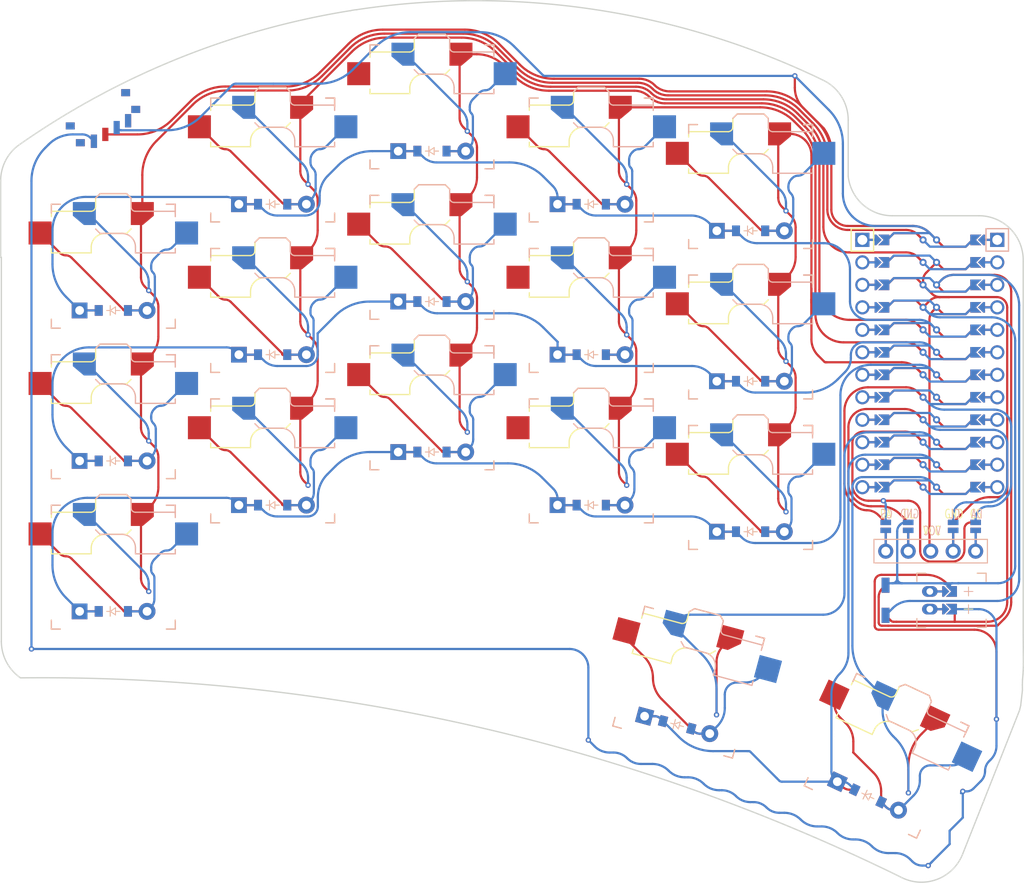
<source format=kicad_pcb>
(kicad_pcb (version 20211014) (generator pcbnew)
  (title_block (title "3x5_2") (rev "v1.0.0") (company "Unknown"))
  (layers (0 "F.Cu" signal) (31 "B.Cu" signal) (34 "B.Paste" user) (35 "F.Paste" user) (36 "B.SilkS" user "B.Silkscreen") (37 "F.SilkS" user "F.Silkscreen") (38 "B.Mask" user) (39 "F.Mask" user) (44 "Edge.Cuts" user))
  (net 0 "")
  (net 1 "P1")
  (net 2 "pinky_bot")
  (net 3 "pinky_mid")
  (net 4 "pinky_top")
  (net 5 "P0")
  (net 6 "ring_bot")
  (net 7 "ring_mid")
  (net 8 "ring_top")
  (net 9 "P2")
  (net 10 "middle_bot")
  (net 11 "middle_mid")
  (net 12 "middle_top")
  (net 13 "P3")
  (net 14 "index_bot")
  (net 15 "index_mid")
  (net 16 "index_top")
  (net 17 "P4")
  (net 18 "inner_bot")
  (net 19 "inner_mid")
  (net 20 "inner_top")
  (net 21 "P14")
  (net 22 "out_home")
  (net 23 "P10")
  (net 24 "in_home")
  (net 25 "P19")
  (net 26 "P20")
  (net 27 "P21")
  (net 28 "P16")
  (net 29 "P7")
  (net 30 "RAW")
  (net 31 "pos")
  (net 32 "GND")
  (net 33 "RST")
  (net 34 "VCC")
  (net 35 "P18")
  (net 36 "P15")
  (net 37 "P5")
  (net 38 "P6")
  (net 39 "P8")
  (net 40 "P9")
  (net 41 "DISP1_1")
  (net 42 "DISP1_2")
  (net 43 "DISP1_4")
  (net 44 "DISP1_5")
  (net 45 "JST1_1")
  (net 46 "JST1_2")
  (footprint "VIA-0.6mm" (layer "F.Cu") (at 177 44.5)
    (fp_text reference "REF**" hide)
    (fp_text value "VIA-0.6mm" hide)
  )
  (footprint "PG1350" (layer "F.Cu") (at 100 83)
    (fp_text reference "S2" hide)
    (fp_text value "")
  )
  (footprint "ComboDiode" (layer "F.Cu") (at 136 53)
    (fp_text reference "D9" hide)
    (fp_text value "" hide)
  )
  (footprint "VIA-0.6mm" (layer "F.Cu") (at 192.06876 133.721094 -25)
    (fp_text reference "REF**" hide)
    (fp_text value "VIA-0.6mm" hide)
  )
  (footprint "ComboDiode" (layer "F.Cu") (at 185.254964 125.854413 -25)
    (fp_text reference "D17" hide)
    (fp_text value "" hide)
  )
  (footprint "VIA-0.6mm" (layer "F.Cu") (at 158 73.75)
    (fp_text reference "REF**" hide)
    (fp_text value "VIA-0.6mm" hide)
  )
  (footprint "ComboDiode" (layer "F.Cu") (at 172 62)
    (fp_text reference "D15" hide)
    (fp_text value "" hide)
  )
  (footprint "Button_Switch_SMD:SW_SPDT_PCM12" (layer "F.Cu") (at 99 49.5 -149)
    (fp_text reference "")
    (fp_text value "")
  )
  (footprint "VIA-0.6mm" (layer "F.Cu") (at 158 90.75)
    (fp_text reference "REF**" hide)
    (fp_text value "VIA-0.6mm" hide)
  )
  (footprint "VIA-0.6mm" (layer "F.Cu") (at 104 102.75)
    (fp_text reference "REF**" hide)
    (fp_text value "VIA-0.6mm" hide)
  )
  (footprint "VIA-0.6mm" (layer "F.Cu") (at 140 67.75)
    (fp_text reference "REF**" hide)
    (fp_text value "VIA-0.6mm" hide)
  )
  (footprint "VIA-0.6mm" (layer "F.Cu") (at 122 90.75)
    (fp_text reference "REF**" hide)
    (fp_text value "VIA-0.6mm" hide)
  )
  (footprint "ComboDiode" (layer "F.Cu") (at 100 88)
    (fp_text reference "D2" hide)
    (fp_text value "" hide)
  )
  (footprint "PG1350" (layer "F.Cu") (at 118 71)
    (fp_text reference "S5" hide)
    (fp_text value "")
  )
  (footprint "PG1350" (layer "F.Cu") (at 136 82)
    (fp_text reference "S7" hide)
    (fp_text value "")
  )
  (footprint "PG1350" (layer "F.Cu") (at 187.368055 121.322874 -25)
    (fp_text reference "S17" hide)
    (fp_text value "")
  )
  (footprint "JST_PH_S2B-PH-K" (layer "F.Cu") (at 192.25 103.75 90)
    (fp_text reference "JST1" hide)
    (fp_text value "")
  )
  (footprint "ComboDiode" (layer "F.Cu") (at 100 71)
    (fp_text reference "D3" hide)
    (fp_text value "" hide)
  )
  (footprint "ComboDiode" (layer "F.Cu") (at 154 76)
    (fp_text reference "D11" hide)
    (fp_text value "" hide)
  )
  (footprint "VIA-0.6mm" (layer "F.Cu") (at 140 50.75)
    (fp_text reference "REF**" hide)
    (fp_text value "VIA-0.6mm" hide)
  )
  (footprint "VIA-0.6mm" (layer "F.Cu") (at 122 56.75)
    (fp_text reference "REF**" hide)
    (fp_text value "VIA-0.6mm" hide)
  )
  (footprint "PG1350" (layer "F.Cu") (at 165 113 -15)
    (fp_text reference "S16" hide)
    (fp_text value "")
  )
  (footprint "ComboDiode" (layer "F.Cu") (at 163.705905 117.829629 -15)
    (fp_text reference "D16" hide)
    (fp_text value "" hide)
  )
  (footprint "PG1350" (layer "F.Cu") (at 100 66)
    (fp_text reference "S3" hide)
    (fp_text value "")
  )
  (footprint "VIA-0.6mm" (layer "F.Cu") (at 189.831086 125.505693 -25)
    (fp_text reference "REF**" hide)
    (fp_text value "VIA-0.6mm" hide)
  )
  (footprint "ComboDiode" (layer "F.Cu") (at 118 76)
    (fp_text reference "D5" hide)
    (fp_text value "" hide)
  )
  (footprint "VIA-0.6mm" (layer "F.Cu") (at 176 76.75)
    (fp_text reference "REF**" hide)
    (fp_text value "VIA-0.6mm" hide)
  )
  (footprint "PG1350" (layer "F.Cu") (at 172 91)
    (fp_text reference "S13" hide)
    (fp_text value "")
  )
  (footprint "PG1350" (layer "F.Cu") (at 136 48)
    (fp_text reference "S9" hide)
    (fp_text value "")
  )
  (footprint "ComboDiode" (layer "F.Cu") (at 136 70)
    (fp_text reference "D8" hide)
    (fp_text value "" hide)
  )
  (footprint "VIA-0.6mm" (layer "F.Cu") (at 187 92.5)
    (fp_text reference "REF**" hide)
    (fp_text value "VIA-0.6mm" hide)
  )
  (footprint "ComboDiode" (layer "F.Cu") (at 118 59)
    (fp_text reference "D6" hide)
    (fp_text value "" hide)
  )
  (footprint "nice!view" (layer "F.Cu") (at 192.35 81.5)
    (fp_text reference "DISP1" hide)
    (fp_text value "")
  )
  (footprint "PG1350" (layer "F.Cu") (at 154 71)
    (fp_text reference "S11" hide)
    (fp_text value "")
  )
  (footprint "ComboDiode" (layer "F.Cu") (at 154 59)
    (fp_text reference "D12" hide)
    (fp_text value "" hide)
  )
  (footprint "VIA-0.6mm" (layer "F.Cu") (at 122 73.75)
    (fp_text reference "REF**" hide)
    (fp_text value "VIA-0.6mm" hide)
  )
  (footprint "VIA-0.6mm" (layer "F.Cu") (at 158 56.75)
    (fp_text reference "REF**" hide)
    (fp_text value "VIA-0.6mm" hide)
  )
  (footprint "VIA-0.6mm" (layer "F.Cu") (at 153.67111 119.540738 -15)
    (fp_text reference "REF**" hide)
    (fp_text value "VIA-0.6mm" hide)
  )
  (footprint "VIA-0.6mm" (layer "F.Cu") (at 195.977979 125.337747 -25)
    (fp_text reference "REF**" hide)
    (fp_text value "VIA-0.6mm" hide)
  )
  (footprint "PG1350" (layer "F.Cu") (at 136 65)
    (fp_text reference "S8" hide)
    (fp_text value "")
  )
  (footprint "ProMicro" (layer "F.Cu") (at 192.25 77 -90)
    (fp_text reference "MCU1" hide)
    (fp_text value "")
  )
  (footprint "ComboDiode" (layer "F.Cu") (at 118 93)
    (fp_text reference "D4" hide)
    (fp_text value "" hide)
  )
  (footprint "VIA-0.6mm" (layer "F.Cu") (at 199.781543 117.180977 -25)
    (fp_text reference "REF**" hide)
    (fp_text value "VIA-0.6mm" hide)
  )
  (footprint "VIA-0.6mm" (layer "F.Cu") (at 90.75 109.25)
    (fp_text reference "REF**" hide)
    (fp_text value "VIA-0.6mm" hide)
  )
  (footprint "ComboDiode" (layer "F.Cu") (at 100 105)
    (fp_text reference "D1" hide)
    (fp_text value "" hide)
  )
  (footprint "PG1350" (layer "F.Cu") (at 172 74)
    (fp_text reference "S14" hide)
    (fp_text value "")
  )
  (footprint "VIA-0.6mm" (layer "F.Cu") (at 176 59.75)
    (fp_text reference "REF**" hide)
    (fp_text value "VIA-0.6mm" hide)
  )
  (footprint "PG1350" (layer "F.Cu") (at 172 57)
    (fp_text reference "S15" hide)
    (fp_text value "")
  )
  (footprint "VIA-0.6mm" (layer "F.Cu") (at 140 84.75)
    (fp_text reference "REF**" hide)
    (fp_text value "VIA-0.6mm" hide)
  )
  (footprint "ComboDiode" (layer "F.Cu") (at 172 79)
    (fp_text reference "D14" hide)
    (fp_text value "" hide)
  )
  (footprint "Button_Switch_SMD:SW_SPST_B3U-1000P" (layer "F.Cu") (at 187.25 103.75 90)
    (fp_text reference "")
    (fp_text value "")
  )
  (footprint "VIA-0.6mm" (layer "F.Cu") (at 168.151951 116.691572 -15)
    (fp_text reference "REF**" hide)
    (fp_text value "VIA-0.6mm" hide)
  )
  (footprint "PG1350" (layer "F.Cu") (at 118 54)
    (fp_text reference "S6" hide)
    (fp_text value "")
  )
  (footprint "PG1350" (layer "F.Cu") (at 118 88)
    (fp_text reference "S4" hide)
    (fp_text value "")
  )
  (footprint "ComboDiode" (layer "F.Cu") (at 136 87)
    (fp_text reference "D7" hide)
    (fp_text value "" hide)
  )
  (footprint "ComboDiode" (layer "F.Cu") (at 154 93)
    (fp_text reference "D10" hide)
    (fp_text value "" hide)
  )
  (footprint "VIA-0.6mm" (layer "F.Cu") (at 104 68.75)
    (fp_text reference "REF**" hide)
    (fp_text value "VIA-0.6mm" hide)
  )
  (footprint "VIA-0.6mm" (layer "F.Cu") (at 104 85.75)
    (fp_text reference "REF**" hide)
    (fp_text value "VIA-0.6mm" hide)
  )
  (footprint "VIA-0.6mm" (layer "F.Cu") (at 176 93.75)
    (fp_text reference "REF**" hide)
    (fp_text value "VIA-0.6mm" hide)
  )
  (footprint "PG1350" (layer "F.Cu") (at 154 88)
    (fp_text reference "S10" hide)
    (fp_text value "")
  )
  (footprint "ComboDiode" (layer "F.Cu") (at 172 96)
    (fp_text reference "D13" hide)
    (fp_text value "" hide)
  )
  (footprint "PG1350" (layer "F.Cu") (at 100 100)
    (fp_text reference "S1" hide)
    (fp_text value "")
  )
  (footprint "PG1350" (layer "F.Cu") (at 154 54)
    (fp_text reference "S12" hide)
    (fp_text value "")
  )
  (gr_line (start 202.8 107.5) (end 202.822059 110.930316) (layer "Edge.Cuts") (width 0.15))
  (gr_arc (start 89.40353 52.258531) (mid 107.252207 42.566874) (end 126.819537 37.124163) (layer "Edge.Cuts") (width 0.15))
  (gr_line (start 202.808946 111.531059) (end 202.775893 112.122505) (layer "Edge.Cuts") (width 0.15))
  (gr_arc (start 198.335457 126.433827) (mid 198.334379 126.436552) (end 198.333299 126.439277) (layer "Edge.Cuts") (width 0.15))
  (gr_arc (start 89.511645 112.514073) (mid 140.632329 117.942556) (end 189.097534 135.086554) (layer "Edge.Cuts") (width 0.15))
  (gr_line (start 87.35 108.397795) (end 87.35 65) (layer "Edge.Cuts") (width 0.15))
  (gr_line (start 198.333299 126.439277) (end 195.952101 132.443228) (layer "Edge.Cuts") (width 0.15))
  (gr_line (start 202.709789 113.305395) (end 202.716614 113.915436) (layer "Edge.Cuts") (width 0.15))
  (gr_arc (start 127.500065 37.018251) (mid 154.457862 37.011878) (end 180.208235 44.989419) (layer "Edge.Cuts") (width 0.15))
  (gr_line (start 202.716614 113.915436) (end 202.517763 115.643284) (layer "Edge.Cuts") (width 0.15))
  (gr_line (start 87.27 56.355279) (end 87.27 65) (layer "Edge.Cuts") (width 0.15))
  (gr_line (start 87.27 65) (end 87.35 65) (layer "Edge.Cuts") (width 0.15))
  (gr_arc (start 197.8 60.3) (mid 201.335534 61.764466) (end 202.8 65.3) (layer "Edge.Cuts") (width 0.15))
  (gr_line (start 202.385017 116.188241) (end 198.335457 126.433827) (layer "Edge.Cuts") (width 0.15))
  (gr_arc (start 89.511645 112.514073) (mid 87.923275 110.72247) (end 87.35 108.397795) (layer "Edge.Cuts") (width 0.15))
  (gr_line (start 202.722902 112.704652) (end 202.709789 113.305395) (layer "Edge.Cuts") (width 0.15))
  (gr_arc (start 188 60.3) (mid 184.663422 59.023876) (end 183.03 55.8469) (layer "Edge.Cuts") (width 0.15))
  (gr_line (start 202.822059 110.930316) (end 202.808946 111.531059) (layer "Edge.Cuts") (width 0.15))
  (gr_line (start 202.517763 115.643284) (end 202.385017 116.188241) (layer "Edge.Cuts") (width 0.15))
  (gr_line (start 188 60.3) (end 197.8 60.3) (layer "Edge.Cuts") (width 0.15))
  (gr_arc (start 180.208235 44.989419) (mid 182.266223 46.833993) (end 183.03 49.490007) (layer "Edge.Cuts") (width 0.15))
  (gr_line (start 183.03 55.8469) (end 183.03 49.490007) (layer "Edge.Cuts") (width 0.15))
  (gr_arc (start 126.819537 37.124163) (mid 127.157975 37.059476) (end 127.500065 37.018251) (layer "Edge.Cuts") (width 0.15))
  (gr_line (start 202.8 65.3) (end 202.8 107.5) (layer "Edge.Cuts") (width 0.15))
  (gr_arc (start 195.952102 132.443228) (mid 193.103315 135.265025) (end 189.097534 135.086554) (layer "Edge.Cuts") (width 0.15))
  (gr_arc (start 87.27 56.355279) (mid 87.835344 54.045772) (end 89.403529 52.258531) (layer "Edge.Cuts") (width 0.15))
  (gr_line (start 202.775893 112.122505) (end 202.722902 112.704652) (layer "Edge.Cuts") (width 0.15))
  (segment (start 189.567504 61.905) (end 182.979593 61.905) (width 0.25) (layer "F.Cu") (net 1))
  (segment (start 104 85.75) (end 104.54375 86.29375) (width 0.25) (layer "F.Cu") (net 1))
  (segment (start 130.617568 39.724999) (end 139.533827 39.724999) (width 0.25) (layer "F.Cu") (net 1))
  (segment (start 126.769812 41.318791) (end 123.532396 44.556207) (width 0.25) (layer "F.Cu") (net 1))
  (segment (start 104 68.75) (end 104.54375 69.29375) (width 0.25) (layer "F.Cu") (net 1))
  (segment (start 105.0875 90.955868) (end 105.0875 87.606478) (width 0.25) (layer "F.Cu") (net 1))
  (segment (start 103.562499 102.312499) (end 104 102.75) (width 0.25) (layer "F.Cu") (net 1))
  (segment (start 112.828963 46.15) (end 119.68464 46.15) (width 0.25) (layer "F.Cu") (net 1))
  (segment (start 103.35 93.974999) (end 103.199999 94.125) (width 0.25) (layer "F.Cu") (net 1))
  (segment (start 103.124999 60.306067) (end 103.124999 67.256279) (width 0.25) (layer "F.Cu") (net 1))
  (segment (start 180.675001 53.735156) (end 180.675001 59.600407) (width 0.25) (layer "F.Cu") (net 1))
  (segment (start 143.381583 41.318791) (end 145.743998 43.681206) (width 0.25) (layer "F.Cu") (net 1))
  (segment (start 103.35 76.974999) (end 103.199999 77.125) (width 0.25) (layer "F.Cu") (net 1))
  (segment (start 179.081208 49.8874) (end 177.4876 48.293792) (width 0.25) (layer "F.Cu") (net 1))
  (segment (start 108.981207 47.743792) (end 104.868792 51.856207) (width 0.25) (layer "F.Cu") (net 1))
  (segment (start 190.9255 62.4675) (end 191.488 63.03) (width 0.25) (layer "F.Cu") (net 1))
  (segment (start 103.35 76.974999) (end 104.18125 76.14375) (width 0.25) (layer "F.Cu") (net 1))
  (segment (start 103.275 59.943933) (end 103.275 55.703963) (width 0.25) (layer "F.Cu") (net 1))
  (segment (start 103.124999 94.306067) (end 103.124999 101.256279) (width 0.25) (layer "F.Cu") (net 1))
  (segment (start 104 68.75) (end 103.562499 68.312499) (width 0.25) (layer "F.Cu") (net 1))
  (segment (start 103.35 93.974999) (end 104.18125 93.14375) (width 0.25) (layer "F.Cu") (net 1))
  (segment (start 162.680419 46.7) (end 173.639844 46.7) (width 0.25) (layer "F.Cu") (net 1))
  (segment (start 104 85.75) (end 103.562499 85.312499) (width 0.25) (layer "F.Cu") (net 1))
  (segment (start 159.240163 45.274999) (end 149.591754 45.274999) (width 0.25) (layer "F.Cu") (net 1))
  (segment (start 103.124999 84.256279) (end 103.124999 77.306067) (width 0.25) (layer "F.Cu") (net 1))
  (segment (start 105.0875 73.955868) (end 105.0875 70.606478) (width 0.25) (layer "F.Cu") (net 1))
  (arc (start 104.54375 86.29375) (mid 104.946183 86.896034) (end 105.0875 87.606478) (width 0.25) (layer "F.Cu") (net 1))
  (arc (start 130.617568 39.724999) (mid 128.535177 40.139212) (end 126.769812 41.318791) (width 0.25) (layer "F.Cu") (net 1))
  (arc (start 103.199999 60.125) (mid 103.14449 60.208074) (end 103.124999 60.306067) (width 0.25) (layer "F.Cu") (net 1))
  (arc (start 123.532396 44.556207) (mid 121.76703 45.735786) (end 119.68464 46.15) (width 0.25) (layer "F.Cu") (net 1))
  (arc (start 143.381583 41.318791) (mid 141.616217 40.139212) (end 139.533827 39.724999) (width 0.25) (layer "F.Cu") (net 1))
  (arc (start 160.960291 45.987499) (mid 161.749492 46.514827) (end 162.680419 46.7) (width 0.25) (layer "F.Cu") (net 1))
  (arc (start 105.0875 73.955868) (mid 104.851973 75.139941) (end 104.18125 76.14375) (width 0.25) (layer "F.Cu") (net 1))
  (arc (start 160.960291 45.987499) (mid 160.171089 45.460171) (end 159.240163 45.274999) (width 0.25) (layer "F.Cu") (net 1))
  (arc (start 190.9255 62.4675) (mid 190.302446 62.051188) (end 189.567504 61.905) (width 0.25) (layer "F.Cu") (net 1))
  (arc (start 181.35 61.23) (mid 182.097663 61.729573) (end 182.979593 61.905) (width 0.25) (layer "F.Cu") (net 1))
  (arc (start 103.199999 94.125) (mid 103.14449 94.208074) (end 103.124999 94.306067) (width 0.25) (layer "F.Cu") (net 1))
  (arc (start 105.0875 90.955868) (mid 104.851973 92.139941) (end 104.18125 93.14375) (width 0.25) (layer "F.Cu") (net 1))
  (arc (start 180.675001 59.600407) (mid 180.850427 60.482336) (end 181.35 61.23) (width 0.25) (layer "F.Cu") (net 1))
  (arc (start 104.868792 51.856207) (mid 103.689213 53.621572) (end 103.275 55.703963) (width 0.25) (layer "F.Cu") (net 1))
  (arc (start 104.54375 69.29375) (mid 104.946183 69.896034) (end 105.0875 70.606478) (width 0.25) (layer "F.Cu") (net 1))
  (arc (start 177.4876 48.293792) (mid 175.722234 47.114213) (end 173.639844 46.7) (width 0.25) (layer "F.Cu") (net 1))
  (arc (start 179.081208 49.8874) (mid 180.260787 51.652765) (end 180.675001 53.735156) (width 0.25) (layer "F.Cu") (net 1))
  (arc (start 112.828963 46.15) (mid 110.746572 46.564213) (end 108.981207 47.743792) (width 0.25) (layer "F.Cu") (net 1))
  (arc (start 103.199999 77.125) (mid 103.14449 77.208074) (end 103.124999 77.306067) (width 0.25) (layer "F.Cu") (net 1))
  (arc (start 103.275 59.943933) (mid 103.255507 60.041925) (end 103.199999 60.125) (width 0.25) (layer "F.Cu") (net 1))
  (arc (start 103.124999 101.256279) (mid 103.238701 101.827901) (end 103.562499 102.312499) (width 0.25) (layer "F.Cu") (net 1))
  (arc (start 103.124999 84.256279) (mid 103.238701 84.827901) (end 103.562499 85.312499) (width 0.25) (layer "F.Cu") (net 1))
  (arc (start 103.124999 67.256279) (mid 103.238701 67.827901) (end 103.562499 68.312499) (width 0.25) (layer "F.Cu") (net 1))
  (arc (start 145.743998 43.681206) (mid 147.509363 44.860785) (end 149.591754 45.274999) (width 0.25) (layer "F.Cu") (net 1))
  (segment (start 96.865 77.05) (end 97.348348 77.05) (width 0.25) (layer "B.Cu") (net 1))
  (segment (start 97.103996 94.148995) (end 103.397191 100.44219) (width 0.25) (layer "B.Cu") (net 1))
  (segment (start 104 84.897499) (end 104 85.75) (width 0.25) (layer "B.Cu") (net 1))
  (segment (start 96.9425 60.05) (end 96.725 60.05) (width 0.25) (layer "B.Cu") (net 1))
  (segment (start 104 67.82) (end 104 68.75) (width 0.25) (layer "B.Cu") (net 1))
  (segment (start 104 101.897499) (end 104 102.75) (width 0.25) (layer "B.Cu") (net 1))
  (segment (start 103.397191 83.44219) (end 97.103996 77.148995) (width 0.25) (layer "B.Cu") (net 1))
  (segment (start 97.313795 60.203795) (end 103.34239 66.23239) (width 0.25) (layer "B.Cu") (net 1))
  (segment (start 96.865 94.05) (end 96.725 94.05) (width 0.25) (layer "B.Cu") (net 1))
  (arc (start 97.103996 77.148995) (mid 96.994343 77.075727) (end 96.865 77.05) (width 0.25) (layer "B.Cu") (net 1))
  (arc (start 97.103996 94.148995) (mid 96.994343 94.075727) (end 96.865 94.05) (width 0.25) (layer "B.Cu") (net 1))
  (arc (start 103.397191 83.44219) (mid 103.843335 84.109891) (end 104 84.897499) (width 0.25) (layer "B.Cu") (net 1))
  (arc (start 96.865 77.05) (mid 96.865 77.05) (end 96.865 77.05) (width 0.25) (layer "B.Cu") (net 1))
  (arc (start 103.34239 66.23239) (mid 103.829092 66.960791) (end 104 67.82) (width 0.25) (layer "B.Cu") (net 1))
  (arc (start 103.397191 100.44219) (mid 103.843335 101.109891) (end 104 101.897499) (width 0.25) (layer "B.Cu") (net 1))
  (arc (start 97.313795 60.203795) (mid 97.143443 60.08997) (end 96.9425 60.05) (width 0.25) (layer "B.Cu") (net 1))
  (segment (start 101.168374 104.958374) (end 101.185 104.975) (width 0.25) (layer "F.Cu") (net 2))
  (segment (start 101.87 105) (end 103.81 105) (width 0.25) (layer "F.Cu") (net 2))
  (segment (start 93.980862 98.505862) (end 91.725 96.25) (width 0.25) (layer "F.Cu") (net 2))
  (segment (start 101.43 105) (end 101.245355 105) (width 0.25) (layer "F.Cu") (net 2))
  (segment (start 101.87 105) (end 101.43 105) (width 0.25) (layer "F.Cu") (net 2))
  (segment (start 101.151625 104.917939) (end 95.276021 99.042335) (width 0.25) (layer "F.Cu") (net 2))
  (arc (start 93.980862 98.505862) (mid 94.277974 98.704386) (end 94.628442 98.774099) (width 0.25) (layer "F.Cu") (net 2))
  (arc (start 101.16 104.938157) (mid 101.162176 104.949098) (end 101.168374 104.958374) (width 0.25) (layer "F.Cu") (net 2))
  (arc (start 101.151625 104.917939) (mid 101.157823 104.927215) (end 101.16 104.938157) (width 0.25) (layer "F.Cu") (net 2))
  (arc (start 95.276021 99.042335) (mid 94.978909 98.843811) (end 94.628442 98.774099) (width 0.25) (layer "F.Cu") (net 2))
  (arc (start 101.185 104.975) (mid 101.212691 104.993502) (end 101.245355 105) (width 0.25) (layer "F.Cu") (net 2))
  (segment (start 104.64 103.583101) (end 104.64 101.208731) (width 0.25) (layer "B.Cu") (net 2))
  (segment (start 103.223101 105) (end 101.65 105) (width 0.25) (layer "B.Cu") (net 2))
  (segment (start 105.373076 98.393236) (end 104.660138 99.106175) (width 0.25) (layer "B.Cu") (net 2))
  (segment (start 104.274099 100.325367) (end 104.274099 100.038157) (width 0.25) (layer "B.Cu") (net 2))
  (segment (start 106.668235 97.856764) (end 108.275 96.25) (width 0.25) (layer "B.Cu") (net 2))
  (arc (start 106.668235 97.856764) (mid 106.371123 98.055288) (end 106.020656 98.125001) (width 0.25) (layer "B.Cu") (net 2))
  (arc (start 104.660138 99.106175) (mid 104.374427 99.533772) (end 104.274099 100.038157) (width 0.25) (layer "B.Cu") (net 2))
  (arc (start 106.020656 98.125001) (mid 105.670188 98.194713) (end 105.373076 98.393236) (width 0.25) (layer "B.Cu") (net 2))
  (arc (start 104.274099 100.325367) (mid 104.321646 100.564403) (end 104.457049 100.767049) (width 0.25) (layer "B.Cu") (net 2))
  (arc (start 104.64 103.583101) (mid 104.532145 104.125324) (end 104.225 104.585) (width 0.25) (layer "B.Cu") (net 2))
  (arc (start 104.225 104.585) (mid 103.765324 104.892145) (end 103.223101 105) (width 0.25) (layer "B.Cu") (net 2))
  (arc (start 104.457049 100.767049) (mid 104.592452 100.969694) (end 104.64 101.208731) (width 0.25) (layer "B.Cu") (net 2))
  (segment (start 95.276021 82.042335) (end 101.181019 87.947333) (width 0.25) (layer "F.Cu") (net 3))
  (segment (start 93.980862 81.505862) (end 91.725 79.25) (width 0.25) (layer "F.Cu") (net 3))
  (segment (start 101.664142 88) (end 103.81 88) (width 0.25) (layer "F.Cu") (net 3))
  (segment (start 101.615857 88.02) (end 101.226843 88.02) (width 0.25) (layer "F.Cu") (net 3))
  (arc (start 101.2 87.993157) (mid 101.207862 88.012137) (end 101.226843 88.02) (width 0.25) (layer "F.Cu") (net 3))
  (arc (start 101.181019 87.947333) (mid 101.195066 87.968357) (end 101.2 87.993157) (width 0.25) (layer "F.Cu") (net 3))
  (arc (start 101.664142 88) (mid 101.651076 88.002598) (end 101.64 88.01) (width 0.25) (layer "F.Cu") (net 3))
  (arc (start 93.980862 81.505862) (mid 94.277974 81.704386) (end 94.628442 81.774099) (width 0.25) (layer "F.Cu") (net 3))
  (arc (start 95.276021 82.042335) (mid 94.978909 81.843811) (end 94.628442 81.774099) (width 0.25) (layer "F.Cu") (net 3))
  (arc (start 101.64 88.01) (mid 101.628923 88.017401) (end 101.615857 88.02) (width 0.25) (layer "F.Cu") (net 3))
  (segment (start 104.798157 86.31311) (end 104.798157 84.402407) (width 0.25) (layer "B.Cu") (net 3))
  (segment (start 104.274099 82.999999) (end 104.274099 83.13722) (width 0.25) (layer "B.Cu") (net 3))
  (segment (start 106.019137 81.505862) (end 108.275 79.25) (width 0.25) (layer "B.Cu") (net 3))
  (segment (start 104.633156 82.133156) (end 104.723978 82.042335) (width 0.25) (layer "B.Cu") (net 3))
  (segment (start 103.111267 88) (end 101.65 88) (width 0.25) (layer "B.Cu") (net 3))
  (arc (start 105.371558 81.774099) (mid 105.02109 81.843811) (end 104.723978 82.042335) (width 0.25) (layer "B.Cu") (net 3))
  (arc (start 104.536128 83.769814) (mid 104.730057 84.06005) (end 104.798157 84.402407) (width 0.25) (layer "B.Cu") (net 3))
  (arc (start 104.304078 87.505921) (mid 103.756811 87.871593) (end 103.111267 88) (width 0.25) (layer "B.Cu") (net 3))
  (arc (start 104.633156 82.133156) (mid 104.367414 82.530867) (end 104.274099 82.999999) (width 0.25) (layer "B.Cu") (net 3))
  (arc (start 106.019137 81.505862) (mid 105.722025 81.704386) (end 105.371558 81.774099) (width 0.25) (layer "B.Cu") (net 3))
  (arc (start 104.798157 86.31311) (mid 104.66975 86.958654) (end 104.304078 87.505921) (width 0.25) (layer "B.Cu") (net 3))
  (arc (start 104.274099 83.13722) (mid 104.342198 83.479577) (end 104.536128 83.769814) (width 0.25) (layer "B.Cu") (net 3))
  (segment (start 101.875 71) (end 101.425 71) (width 0.25) (layer "F.Cu") (net 4))
  (segment (start 101.131909 70.931909) (end 101.16 70.96) (width 0.25) (layer "F.Cu") (net 4))
  (segment (start 95.276021 65.042335) (end 101.10809 70.874404) (width 0.25) (layer "F.Cu") (net 4))
  (segment (start 101.425 71) (end 101.256568 71) (width 0.25) (layer "F.Cu") (net 4))
  (segment (start 101.875 71) (end 103.81 71) (width 0.25) (layer "F.Cu") (net 4))
  (segment (start 93.980862 64.505862) (end 91.725 62.25) (width 0.25) (layer "F.Cu") (net 4))
  (arc (start 101.16 70.96) (mid 101.204305 70.989604) (end 101.256568 71) (width 0.25) (layer "F.Cu") (net 4))
  (arc (start 101.12 70.903157) (mid 101.123095 70.918717) (end 101.131909 70.931909) (width 0.25) (layer "F.Cu") (net 4))
  (arc (start 101.10809 70.874404) (mid 101.116904 70.887596) (end 101.12 70.903157) (width 0.25) (layer "F.Cu") (net 4))
  (arc (start 93.980862 64.505862) (mid 94.277974 64.704386) (end 94.628442 64.774099) (width 0.25) (layer "F.Cu") (net 4))
  (arc (start 95.276021 65.042335) (mid 94.978909 64.843811) (end 94.628442 64.774099) (width 0.25) (layer "F.Cu") (net 4))
  (segment (start 104.274099 66.213698) (end 104.274099 66) (width 0.25) (layer "B.Cu") (net 4))
  (segment (start 103.187746 71) (end 101.65 71) (width 0.25) (layer "B.Cu") (net 4))
  (segment (start 106.668235 63.856764) (end 108.275 62.25) (width 0.25) (layer "B.Cu") (net 4))
  (segment (start 105.373076 64.393236) (end 104.633157 65.133156) (width 0.25) (layer "B.Cu") (net 4))
  (segment (start 104.69 69.497746) (end 104.69 67.217772) (width 0.25) (layer "B.Cu") (net 4))
  (arc (start 106.020656 64.125001) (mid 105.670188 64.194713) (end 105.373076 64.393236) (width 0.25) (layer "B.Cu") (net 4))
  (arc (start 104.274099 66.213698) (mid 104.328143 66.485398) (end 104.482049 66.715735) (width 0.25) (layer "B.Cu") (net 4))
  (arc (start 104.25 70.56) (mid 103.762633 70.885647) (end 103.187746 71) (width 0.25) (layer "B.Cu") (net 4))
  (arc (start 104.482049 66.715735) (mid 104.635955 66.946071) (end 104.69 67.217772) (width 0.25) (layer "B.Cu") (net 4))
  (arc (start 106.668235 63.856764) (mid 106.371123 64.055288) (end 106.020656 64.125001) (width 0.25) (layer "B.Cu") (net 4))
  (arc (start 104.633157 65.133156) (mid 104.367415 65.530867) (end 104.274099 66) (width 0.25) (layer "B.Cu") (net 4))
  (arc (start 104.69 69.497746) (mid 104.575647 70.072633) (end 104.25 70.56) (width 0.25) (layer "B.Cu") (net 4))
  (segment (start 121.124999 48.306067) (end 121.124999 55.256279) (width 0.25) (layer "F.Cu") (net 5))
  (segment (start 173.453448 47.15) (end 162.494023 47.15) (width 0.25) (layer "F.Cu") (net 5))
  (segment (start 121.35 64.974999) (end 121.199999 65.125) (width 0.25) (layer "F.Cu") (net 5))
  (segment (start 143.195187 41.768791) (end 145.557602 44.131206) (width 0.25) (layer "F.Cu") (net 5))
  (segment (start 121.124999 82.306067) (end 121.124999 89.256279) (width 0.25) (layer "F.Cu") (net 5))
  (segment (start 123.0875 61.955868) (end 123.0875 58.606478) (width 0.25) (layer "F.Cu") (net 5))
  (segment (start 121.562499 73.312499) (end 122 73.75) (width 0.25) (layer "F.Cu") (net 5))
  (segment (start 139.347431 40.174999) (end 130.803964 40.174999) (width 0.25) (layer "F.Cu") (net 5))
  (segment (start 159.053767 45.724999) (end 149.405358 45.724999) (width 0.25) (layer "F.Cu") (net 5))
  (segment (start 122.54375 57.29375) (end 122 56.75) (width 0.25) (layer "F.Cu") (net 5))
  (segment (start 123.0875 75.606478) (end 123.0875 78.955868) (width 0.25) (layer "F.Cu") (net 5))
  (segment (start 122.181249 64.143749) (end 121.35 64.974999) (width 0.25) (layer "F.Cu") (net 5))
  (segment (start 121.275 47.75) (end 121.275 47.943933) (width 0.25) (layer "F.Cu") (net 5))
  (segment (start 190.9255 65.0075) (end 191.488 65.57) (width 0.25) (layer "F.Cu") (net 5))
  (segment (start 121.562499 56.312499) (end 122 56.75) (width 0.25) (layer "F.Cu") (net 5))
  (segment (start 177.301204 48.743792) (end 178.631208 50.073796) (width 0.25) (layer "F.Cu") (net 5))
  (segment (start 121.35 81.974999) (end 121.199999 82.125) (width 0.25) (layer "F.Cu") (net 5))
  (segment (start 121.35 81.974999) (end 122.18125 81.14375) (width 0.25) (layer "F.Cu") (net 5))
  (segment (start 121.562499 90.312499) (end 122 90.75) (width 0.25) (layer "F.Cu") (net 5))
  (segment (start 126.956208 41.768791) (end 121.487132 47.237867) (width 0.25) (layer "F.Cu") (net 5))
  (segment (start 121.124999 72.256279) (end 121.124999 65.306067) (width 0.25) (layer "F.Cu") (net 5))
  (segment (start 180.225001 53.921552) (end 180.225001 61.559991) (width 0.25) (layer "F.Cu") (net 5))
  (segment (start 122.54375 74.29375) (end 122 73.75) (width 0.25) (layer "F.Cu") (net 5))
  (segment (start 189.567504 64.445) (end 183.110009 64.445) (width 0.25) (layer "F.Cu") (net 5))
  (arc (start 121.199999 65.125) (mid 121.14449 65.208074) (end 121.124999 65.306067) (width 0.25) (layer "F.Cu") (net 5))
  (arc (start 121.124999 89.256279) (mid 121.238701 89.827901) (end 121.562499 90.312499) (width 0.25) (layer "F.Cu") (net 5))
  (arc (start 130.803964 40.174999) (mid 128.721573 40.589212) (end 126.956208 41.768791) (width 0.25) (layer "F.Cu") (net 5))
  (arc (start 121.199999 48.125) (mid 121.14449 48.208074) (end 121.124999 48.306067) (width 0.25) (layer "F.Cu") (net 5))
  (arc (start 180.225001 61.559991) (mid 180.444609 62.664036) (end 181.07 63.6) (width 0.25) (layer "F.Cu") (net 5))
  (arc (start 121.124999 55.256279) (mid 121.238701 55.827901) (end 121.562499 56.312499) (width 0.25) (layer "F.Cu") (net 5))
  (arc (start 190.9255 65.0075) (mid 190.302446 64.591188) (end 189.567504 64.445) (width 0.25) (layer "F.Cu") (net 5))
  (arc (start 178.631208 50.073796) (mid 179.810787 51.839161) (end 180.225001 53.921552) (width 0.25) (layer "F.Cu") (net 5))
  (arc (start 121.487132 47.237867) (mid 121.330131 47.472835) (end 121.275 47.75) (width 0.25) (layer "F.Cu") (net 5))
  (arc (start 121.124999 72.256279) (mid 121.238701 72.827901) (end 121.562499 73.312499) (width 0.25) (layer "F.Cu") (net 5))
  (arc (start 121.275 47.943933) (mid 121.255507 48.041925) (end 121.199999 48.125) (width 0.25) (layer "F.Cu") (net 5))
  (arc (start 122.54375 74.29375) (mid 122.946183 74.896034) (end 123.0875 75.606478) (width 0.25) (layer "F.Cu") (net 5))
  (arc (start 123.0875 61.955868) (mid 122.851973 63.139941) (end 122.181249 64.143749) (width 0.25) (layer "F.Cu") (net 5))
  (arc (start 143.195187 41.768791) (mid 141.429821 40.589212) (end 139.347431 40.174999) (width 0.25) (layer "F.Cu") (net 5))
  (arc (start 177.301204 48.743792) (mid 175.535838 47.564213) (end 173.453448 47.15) (width 0.25) (layer "F.Cu") (net 5))
  (arc (start 160.773895 46.437499) (mid 161.563096 46.964827) (end 162.494023 47.15) (width 0.25) (layer "F.Cu") (net 5))
  (arc (start 122.54375 57.29375) (mid 122.946183 57.896034) (end 123.0875 58.606478) (width 0.25) (layer "F.Cu") (net 5))
  (arc (start 181.07 63.6) (mid 182.005964 64.225391) (end 183.110009 64.445) (width 0.25) (layer "F.Cu") (net 5))
  (arc (start 123.0875 78.955868) (mid 122.851973 80.139941) (end 122.18125 81.14375) (width 0.25) (layer "F.Cu") (net 5))
  (arc (start 121.199999 82.125) (mid 121.14449 82.208074) (end 121.124999 82.306067) (width 0.25) (layer "F.Cu") (net 5))
  (arc (start 145.557602 44.131206) (mid 147.322967 45.310785) (end 149.405358 45.724999) (width 0.25) (layer "F.Cu") (net 5))
  (arc (start 160.773895 46.437499) (mid 159.984693 45.910171) (end 159.053767 45.724999) (width 0.25) (layer "F.Cu") (net 5))
  (segment (start 114.865 48.05) (end 114.725 48.05) (width 0.25) (layer "B.Cu") (net 5))
  (segment (start 122 55.897499) (end 122 56.75) (width 0.25) (layer "B.Cu") (net 5))
  (segment (start 121.397191 54.44219) (end 115.103996 48.148995) (width 0.25) (layer "B.Cu") (net 5))
  (segment (start 114.865 82.05) (end 114.725 82.05) (width 0.25) (layer "B.Cu") (net 5))
  (segment (start 114.865 65.05) (end 114.725 65.05) (width 0.25) (layer "B.Cu") (net 5))
  (segment (start 122 72.897499) (end 122 73.75) (width 0.25) (layer "B.Cu") (net 5))
  (segment (start 115.103996 82.148995) (end 121.397191 88.44219) (width 0.25) (layer "B.Cu") (net 5))
  (segment (start 121.397191 71.44219) (end 115.103996 65.148995) (width 0.25) (layer "B.Cu") (net 5))
  (segment (start 122 89.897499) (end 122 90.75) (width 0.25) (layer "B.Cu") (net 5))
  (arc (start 115.103996 82.148995) (mid 114.994343 82.075727) (end 114.865 82.05) (width 0.25) (layer "B.Cu") (net 5))
  (arc (start 115.103996 48.148995) (mid 114.994343 48.075727) (end 114.865 48.05) (width 0.25) (layer "B.Cu") (net 5))
  (arc (start 121.397191 54.44219) (mid 121.843335 55.109891) (end 122 55.897499) (width 0.25) (layer "B.Cu") (net 5))
  (arc (start 121.397191 71.44219) (mid 121.843335 72.109891) (end 122 72.897499) (width 0.25) (layer "B.Cu") (net 5))
  (arc (start 121.397191 88.44219) (mid 121.843335 89.109891) (end 122 89.897499) (width 0.25) (layer "B.Cu") (net 5))
  (arc (start 115.103996 65.148995) (mid 114.994343 65.075727) (end 114.865 65.05) (width 0.25) (layer "B.Cu") (net 5))
  (segment (start 119.095 92.955) (end 119.083123 92.943123) (width 0.25) (layer "F.Cu") (net 6))
  (segment (start 119.016876 92.78319) (end 113.276021 87.042335) (width 0.25) (layer "F.Cu") (net 6))
  (segment (start 111.980862 86.505862) (end 109.725 84.25) (width 0.25) (layer "F.Cu") (net 6))
  (segment (start 119.65 93) (end 121.81 93) (width 0.25) (layer "F.Cu") (net 6))
  (segment (start 119.203639 93) (end 119.65 93) (width 0.25) (layer "F.Cu") (net 6))
  (arc (start 119.016876 92.78319) (mid 119.041391 92.819879) (end 119.05 92.863157) (width 0.25) (layer "F.Cu") (net 6))
  (arc (start 119.095 92.955) (mid 119.144844 92.988304) (end 119.203639 93) (width 0.25) (layer "F.Cu") (net 6))
  (arc (start 113.276021 87.042335) (mid 112.978909 86.843811) (end 112.628442 86.774099) (width 0.25) (layer "F.Cu") (net 6))
  (arc (start 119.05 92.863157) (mid 119.058608 92.906434) (end 119.083123 92.943123) (width 0.25) (layer "F.Cu") (net 6))
  (arc (start 111.980862 86.505862) (mid 112.277974 86.704386) (end 112.628442 86.774099) (width 0.25) (layer "F.Cu") (net 6))
  (segment (start 124.019137 86.505862) (end 126.275 84.25) (width 0.25) (layer "B.Cu") (net 6))
  (segment (start 121.208959 93) (end 119.65 93) (width 0.25) (layer "B.Cu") (net 6))
  (segment (start 122.633156 87.133156) (end 122.723978 87.042335) (width 0.25) (layer "B.Cu") (net 6))
  (segment (start 122.66 89.341476) (end 122.66 91.548959) (width 0.25) (layer "B.Cu") (net 6))
  (segment (start 122.274099 88.409828) (end 122.274099 87.999999) (width 0.25) (layer "B.Cu") (net 6))
  (arc (start 122.235 92.575) (mid 121.764248 92.889546) (end 121.208959 93) (width 0.25) (layer "B.Cu") (net 6))
  (arc (start 122.274099 88.409828) (mid 122.324245 88.66193) (end 122.467049 88.875652) (width 0.25) (layer "B.Cu") (net 6))
  (arc (start 122.467049 88.875652) (mid 122.609853 89.089374) (end 122.66 89.341476) (width 0.25) (layer "B.Cu") (net 6))
  (arc (start 123.371558 86.774099) (mid 123.02109 86.843811) (end 122.723978 87.042335) (width 0.25) (layer "B.Cu") (net 6))
  (arc (start 122.66 91.548959) (mid 122.549546 92.104248) (end 122.235 92.575) (width 0.25) (layer "B.Cu") (net 6))
  (arc (start 124.019137 86.505862) (mid 123.722025 86.704386) (end 123.371558 86.774099) (width 0.25) (layer "B.Cu") (net 6))
  (arc (start 122.633156 87.133156) (mid 122.367414 87.530867) (end 122.274099 87.999999) (width 0.25) (layer "B.Cu") (net 6))
  (segment (start 119.598786 76.03) (end 119.171843 76.03) (width 0.25) (layer "F.Cu") (net 7))
  (segment (start 119.671213 76) (end 121.81 76) (width 0.25) (layer "F.Cu") (net 7))
  (segment (start 119.015057 75.781371) (end 113.276021 70.042335) (width 0.25) (layer "F.Cu") (net 7))
  (segment (start 111.980862 69.505862) (end 109.725 67.25) (width 0.25) (layer "F.Cu") (net 7))
  (arc (start 119.671213 76) (mid 119.651614 76.003898) (end 119.635 76.015) (width 0.25) (layer "F.Cu") (net 7))
  (arc (start 113.276021 70.042335) (mid 112.978909 69.843811) (end 112.628442 69.774099) (width 0.25) (layer "F.Cu") (net 7))
  (arc (start 111.980862 69.505862) (mid 112.277974 69.704386) (end 112.628442 69.774099) (width 0.25) (layer "F.Cu") (net 7))
  (arc (start 119.635 76.015) (mid 119.618385 76.026101) (end 119.598786 76.03) (width 0.25) (layer "F.Cu") (net 7))
  (arc (start 119.015057 75.781371) (mid 119.063121 75.853305) (end 119.08 75.938157) (width 0.25) (layer "F.Cu") (net 7))
  (arc (start 119.08 75.938157) (mid 119.1069 76.003099) (end 119.171843 76.03) (width 0.25) (layer "F.Cu") (net 7))
  (segment (start 122.625 74.608707) (end 122.625 72.143124) (width 0.25) (layer "B.Cu") (net 7))
  (segment (start 122.274099 71.295974) (end 122.274099 70.999999) (width 0.25) (layer "B.Cu") (net 7))
  (segment (start 122.723978 70.042335) (end 122.633157 70.133157) (width 0.25) (layer "B.Cu") (net 7))
  (segment (start 121.233707 76) (end 119.65 76) (width 0.25) (layer "B.Cu") (net 7))
  (segment (start 124.019137 69.505862) (end 126.275 67.25) (width 0.25) (layer "B.Cu") (net 7))
  (arc (start 123.371558 69.774099) (mid 123.02109 69.843811) (end 122.723978 70.042335) (width 0.25) (layer "B.Cu") (net 7))
  (arc (start 122.274099 71.295974) (mid 122.319696 71.525211) (end 122.449549 71.719549) (width 0.25) (layer "B.Cu") (net 7))
  (arc (start 122.625 74.608707) (mid 122.519094 75.141132) (end 122.2175 75.5925) (width 0.25) (layer "B.Cu") (net 7))
  (arc (start 122.633157 70.133157) (mid 122.367415 70.530867) (end 122.274099 70.999999) (width 0.25) (layer "B.Cu") (net 7))
  (arc (start 122.449549 71.719549) (mid 122.579401 71.913887) (end 122.625 72.143124) (width 0.25) (layer "B.Cu") (net 7))
  (arc (start 124.019137 69.505862) (mid 123.722025 69.704386) (end 123.371558 69.774099) (width 0.25) (layer "B.Cu") (net 7))
  (arc (start 122.2175 75.5925) (mid 121.766132 75.894094) (end 121.233707 76) (width 0.25) (layer "B.Cu") (net 7))
  (segment (start 113.284567 53.044567) (end 119.095043 58.855043) (width 0.25) (layer "F.Cu") (net 8))
  (segment (start 111.97863 52.50363) (end 109.725 50.25) (width 0.25) (layer "F.Cu") (net 8))
  (segment (start 119.855 59) (end 119.445 59) (width 0.25) (layer "F.Cu") (net 8))
  (segment (start 119.855 59) (end 121.81 59) (width 0.25) (layer "F.Cu") (net 8))
  (arc (start 119.095043 58.855043) (mid 119.255604 58.962326) (end 119.445 59) (width 0.25) (layer "F.Cu") (net 8))
  (arc (start 111.97863 52.50363) (mid 112.278214 52.703806) (end 112.631599 52.774099) (width 0.25) (layer "F.Cu") (net 8))
  (arc (start 113.284567 53.044567) (mid 112.984982 52.844391) (end 112.631599 52.774099) (width 0.25) (layer "F.Cu") (net 8))
  (segment (start 122.86 55.682897) (end 122.86 57.207537) (width 0.25) (layer "B.Cu") (net 8))
  (segment (start 121.067537 59) (end 119.65 59) (width 0.25) (layer "B.Cu") (net 8))
  (segment (start 124.019137 52.505862) (end 126.275 50.25) (width 0.25) (layer "B.Cu") (net 8))
  (segment (start 122.274099 54.268407) (end 122.274099 53.999999) (width 0.25) (layer "B.Cu") (net 8))
  (segment (start 122.723978 53.042335) (end 122.633157 53.133157) (width 0.25) (layer "B.Cu") (net 8))
  (arc (start 122.567049 54.975652) (mid 122.783864 55.300139) (end 122.86 55.682897) (width 0.25) (layer "B.Cu") (net 8))
  (arc (start 124.019137 52.505862) (mid 123.722025 52.704386) (end 123.371558 52.774099) (width 0.25) (layer "B.Cu") (net 8))
  (arc (start 123.371558 52.774099) (mid 123.02109 52.843811) (end 122.723978 53.042335) (width 0.25) (layer "B.Cu") (net 8))
  (arc (start 122.335 58.475) (mid 121.753483 58.863556) (end 121.067537 59) (width 0.25) (layer "B.Cu") (net 8))
  (arc (start 122.274099 54.268407) (mid 122.350234 54.651165) (end 122.567049 54.975652) (width 0.25) (layer "B.Cu") (net 8))
  (arc (start 122.86 57.207537) (mid 122.723556 57.893483) (end 122.335 58.475) (width 0.25) (layer "B.Cu") (net 8))
  (arc (start 122.633157 53.133157) (mid 122.367415 53.530867) (end 122.274099 53.999999) (width 0.25) (layer "B.Cu") (net 8))
  (segment (start 139.562499 67.312499) (end 140 67.75) (width 0.25) (layer "F.Cu") (net 9))
  (segment (start 149.218962 46.174999) (end 158.867371 46.174999) (width 0.25) (layer "F.Cu") (net 9))
  (segment (start 190.9255 72.6275) (end 191.488 73.19) (width 0.25) (layer "F.Cu") (net 9))
  (segment (start 139.35 75.974999) (end 139.199999 76.125) (width 0.25) (layer "F.Cu") (net 9))
  (segment (start 139.562499 84.312499) (end 140 84.75) (width 0.25) (layer "F.Cu") (net 9))
  (segment (start 162.307627 47.6) (end 173.267052 47.6) (width 0.25) (layer "F.Cu") (net 9))
  (segment (start 178.181208 50.260192) (end 177.114808 49.193792) (width 0.25) (layer "F.Cu") (net 9))
  (segment (start 139.124999 49.256279) (end 139.124999 42.306067) (width 0.25) (layer "F.Cu") (net 9))
  (segment (start 141.0575 42.05) (end 139.381066 42.05) (width 0.25) (layer "F.Cu") (net 9))
  (segment (start 179.775001 68.650788) (end 179.775001 54.107948) (width 0.25) (layer "F.Cu") (net 9))
  (segment (start 139.35 58.974999) (end 139.199999 59.125) (width 0.25) (layer "F.Cu") (net 9))
  (segment (start 139.562499 50.312499) (end 140 50.75) (width 0.25) (layer "F.Cu") (net 9))
  (segment (start 139.124999 59.306067) (end 139.124999 66.256279) (width 0.25) (layer "F.Cu") (net 9))
  (segment (start 183.189212 72.065) (end 189.567504 72.065) (width 0.25) (layer "F.Cu") (net 9))
  (segment (start 140.181249 58.143749) (end 139.35 58.974999) (width 0.25) (layer "F.Cu") (net 9))
  (segment (start 140.181249 75.143749) (end 139.35 75.974999) (width 0.25) (layer "F.Cu") (net 9))
  (segment (start 145.371206 44.581206) (end 144.100417 43.310417) (width 0.25) (layer "F.Cu") (net 9))
  (segment (start 141.0875 72.955868) (end 141.0875 69.606478) (width 0.25) (layer "F.Cu") (net 9))
  (segment (start 140.54375 51.29375) (end 140 50.75) (width 0.25) (layer "F.Cu") (net 9))
  (segment (start 139.124999 83.256279) (end 139.124999 76.306067) (width 0.25) (layer "F.Cu") (net 9))
  (segment (start 140.54375 68.29375) (end 140 67.75) (width 0.25) (layer "F.Cu") (net 9))
  (segment (start 141.0875 55.955868) (end 141.0875 52.606478) (width 0.25) (layer "F.Cu") (net 9))
  (arc (start 179.775001 68.650788) (mid 180.034892 69.95735) (end 180.775 71.065) (width 0.25) (layer "F.Cu") (net 9))
  (arc (start 178.181208 50.260192) (mid 179.360787 52.025557) (end 179.775001 54.107948) (width 0.25) (layer "F.Cu") (net 9))
  (arc (start 144.100417 43.310417) (mid 142.704315 42.377571) (end 141.0575 42.05) (width 0.25) (layer "F.Cu") (net 9))
  (arc (start 139.124999 66.256279) (mid 139.238701 66.827901) (end 139.562499 67.312499) (width 0.25) (layer "F.Cu") (net 9))
  (arc (start 177.114808 49.193792) (mid 175.349442 48.014213) (end 173.267052 47.6) (width 0.25) (layer "F.Cu") (net 9))
  (arc (start 160.587499 46.887499) (mid 159.798297 46.360171) (end 158.867371 46.174999) (width 0.25) (layer "F.Cu") (net 9))
  (arc (start 141.0875 72.955868) (mid 140.851973 74.139941) (end 140.181249 75.143749) (width 0.25) (layer "F.Cu") (net 9))
  (arc (start 139.124999 49.256279) (mid 139.238701 49.827901) (end 139.562499 50.312499) (width 0.25) (layer "F.Cu") (net 9))
  (arc (start 139.124999 83.256279) (mid 139.238701 83.827901) (end 139.562499 84.312499) (width 0.25) (layer "F.Cu") (net 9))
  (arc (start 139.199999 76.125) (mid 139.14449 76.208074) (end 139.124999 76.306067) (width 0.25) (layer "F.Cu") (net 9))
  (arc (start 139.381066 42.05) (mid 139.283073 42.069491) (end 139.199999 42.125) (width 0.25) (layer "F.Cu") (net 9))
  (arc (start 160.587499 46.887499) (mid 161.3767 47.414827) (end 162.307627 47.6) (width 0.25) (layer "F.Cu") (net 9))
  (arc (start 145.371206 44.581206) (mid 147.136571 45.760785) (end 149.218962 46.174999) (width 0.25) (layer "F.Cu") (net 9))
  (arc (start 140.54375 68.29375) (mid 140.946183 68.896034) (end 141.0875 69.606478) (width 0.25) (layer "F.Cu") (net 9))
  (arc (start 139.199999 59.125) (mid 139.14449 59.208074) (end 139.124999 59.306067) (width 0.25) (layer "F.Cu") (net 9))
  (arc (start 180.775 71.065) (mid 181.88265 71.805108) (end 183.189212 72.065) (width 0.25) (layer "F.Cu") (net 9))
  (arc (start 190.9255 72.6275) (mid 190.302446 72.211188) (end 189.567504 72.065) (width 0.25) (layer "F.Cu") (net 9))
  (arc (start 140.54375 51.29375) (mid 140.946183 51.896034) (end 141.0875 52.606478) (width 0.25) (layer "F.Cu") (net 9))
  (arc (start 139.199999 42.125) (mid 139.14449 42.208074) (end 139.124999 42.306067) (width 0.25) (layer "F.Cu") (net 9))
  (arc (start 141.0875 55.955868) (mid 140.851973 57.139941) (end 140.181249 58.143749) (width 0.25) (layer "F.Cu") (net 9))
  (segment (start 140 83.897499) (end 140 84.75) (width 0.25) (layer "B.Cu") (net 9))
  (segment (start 139.397191 65.44219) (end 133.103996 59.148995) (width 0.25) (layer "B.Cu") (net 9))
  (segment (start 139.397191 48.44219) (end 133.103996 42.148995) (width 0.25) (layer "B.Cu") (net 9))
  (segment (start 140 49.897499) (end 140 50.75) (width 0.25) (layer "B.Cu") (net 9))
  (segment (start 132.865 76.05) (end 132.725 76.05) (width 0.25) (layer "B.Cu") (net 9))
  (segment (start 140 66.897499) (end 140 67.75) (width 0.25) (layer "B.Cu") (net 9))
  (segment (start 132.865 42.05) (end 132.725 42.05) (width 0.25) (layer "B.Cu") (net 9))
  (segment (start 132.865 59.05) (end 132.725 59.05) (width 0.25) (layer "B.Cu") (net 9))
  (segment (start 133.103996 76.148995) (end 139.397191 82.44219) (width 0.25) (layer "B.Cu") (net 9))
  (arc (start 133.103996 42.148995) (mid 132.994343 42.075727) (end 132.865 42.05) (width 0.25) (layer "B.Cu") (net 9))
  (arc (start 139.397191 82.44219) (mid 139.843335 83.109891) (end 140 83.897499) (width 0.25) (layer "B.Cu") (net 9))
  (arc (start 139.397191 48.44219) (mid 139.843335 49.109891) (end 140 49.897499) (width 0.25) (layer "B.Cu") (net 9))
  (arc (start 139.397191 65.44219) (mid 139.843335 66.109891) (end 140 66.897499) (width 0.25) (layer "B.Cu") (net 9))
  (arc (start 133.103996 59.148995) (mid 132.994343 59.075727) (end 132.865 59.05) (width 0.25) (layer "B.Cu") (net 9))
  (arc (start 133.103996 76.148995) (mid 132.994343 76.075727) (end 132.865 76.05) (width 0.25) (layer "B.Cu") (net 9))
  (segment (start 137.87 87) (end 137.43 87) (width 0.25) (layer "F.Cu") (net 10))
  (segment (start 131.276021 81.042335) (end 137.121625 86.887939) (width 0.25) (layer "F.Cu") (net 10))
  (segment (start 137.17 86.96) (end 137.138374 86.928374) (width 0.25) (layer "F.Cu") (net 10))
  (segment (start 137.87 87) (end 139.81 87) (width 0.25) (layer "F.Cu") (net 10))
  (segment (start 129.980862 80.505862) (end 127.725 78.25) (width 0.25) (layer "F.Cu") (net 10))
  (segment (start 137.266568 87) (end 137.43 87) (width 0.25) (layer "F.Cu") (net 10))
  (arc (start 129.980862 80.505862) (mid 130.277974 80.704386) (end 130.628442 80.774099) (width 0.25) (layer "F.Cu") (net 10))
  (arc (start 137.17 86.96) (mid 137.214305 86.989604) (end 137.266568 87) (width 0.25) (layer "F.Cu") (net 10))
  (arc (start 131.276021 81.042335) (mid 130.978909 80.843811) (end 130.628442 80.774099) (width 0.25) (layer "F.Cu") (net 10))
  (arc (start 137.121625 86.887939) (mid 137.127823 86.897215) (end 137.13 86.908157) (width 0.25) (layer "F.Cu") (net 10))
  (arc (start 137.13 86.908157) (mid 137.132176 86.919098) (end 137.138374 86.928374) (width 0.25) (layer "F.Cu") (net 10))
  (segment (start 140.633156 81.133156) (end 140.723978 81.042335) (width 0.25) (layer "B.Cu") (net 10))
  (segment (start 142.019137 80.505862) (end 144.275 78.25) (width 0.25) (layer "B.Cu") (net 10))
  (segment (start 140.274099 82.409828) (end 140.274099 81.999999) (width 0.25) (layer "B.Cu") (net 10))
  (segment (start 140.66 85.548959) (end 140.66 83.341476) (width 0.25) (layer "B.Cu") (net 10))
  (segment (start 139.208959 87) (end 137.65 87) (width 0.25) (layer "B.Cu") (net 10))
  (arc (start 140.235 86.575) (mid 139.764248 86.889546) (end 139.208959 87) (width 0.25) (layer "B.Cu") (net 10))
  (arc (start 140.274099 82.409828) (mid 140.324245 82.66193) (end 140.467049 82.875652) (width 0.25) (layer "B.Cu") (net 10))
  (arc (start 140.66 85.548959) (mid 140.549546 86.104248) (end 140.235 86.575) (width 0.25) (layer "B.Cu") (net 10))
  (arc (start 142.019137 80.505862) (mid 141.722025 80.704386) (end 141.371558 80.774099) (width 0.25) (layer "B.Cu") (net 10))
  (arc (start 140.467049 82.875652) (mid 140.609853 83.089374) (end 140.66 83.341476) (width 0.25) (layer "B.Cu") (net 10))
  (arc (start 141.371558 80.774099) (mid 141.02109 80.843811) (end 140.723978 81.042335) (width 0.25) (layer "B.Cu") (net 10))
  (arc (start 140.633156 81.133156) (mid 140.367414 81.530867) (end 140.274099 81.999999) (width 0.25) (layer "B.Cu") (net 10))
  (segment (start 137.826776 70) (end 139.81 70) (width 0.25) (layer "F.Cu") (net 11))
  (segment (start 129.918526 63.443526) (end 127.725 61.25) (width 0.25) (layer "F.Cu") (net 11))
  (segment (start 137.484852 69.834852) (end 137.525 69.875) (width 0.25) (layer "F.Cu") (net 11))
  (segment (start 131.514671 64.104671) (end 137.075147 69.665147) (width 0.25) (layer "F.Cu") (net 11))
  (arc (start 137.525 69.875) (mid 137.663456 69.967513) (end 137.826776 70) (width 0.25) (layer "F.Cu") (net 11))
  (arc (start 137.484852 69.834852) (mid 137.390865 69.772052) (end 137.28 69.75) (width 0.25) (layer "F.Cu") (net 11))
  (arc (start 129.918526 63.443526) (mid 130.284685 63.688185) (end 130.716599 63.774099) (width 0.25) (layer "F.Cu") (net 11))
  (arc (start 137.075147 69.665147) (mid 137.169134 69.727947) (end 137.28 69.75) (width 0.25) (layer "F.Cu") (net 11))
  (arc (start 131.514671 64.104671) (mid 131.148512 63.860011) (end 130.716599 63.774099) (width 0.25) (layer "F.Cu") (net 11))
  (segment (start 140.625 68.608707) (end 140.625 66.281727) (width 0.25) (layer "B.Cu") (net 11))
  (segment (start 139.233707 70) (end 137.65 70) (width 0.25) (layer "B.Cu") (net 11))
  (segment (start 140.633156 64.133156) (end 140.723978 64.042335) (width 0.25) (layer "B.Cu") (net 11))
  (segment (start 142.019137 63.505862) (end 144.275 61.25) (width 0.25) (layer "B.Cu") (net 11))
  (segment (start 140.274099 65.434577) (end 140.274099 64.999999) (width 0.25) (layer "B.Cu") (net 11))
  (arc (start 140.2175 69.5925) (mid 139.766132 69.894094) (end 139.233707 70) (width 0.25) (layer "B.Cu") (net 11))
  (arc (start 140.274099 65.434577) (mid 140.319696 65.663814) (end 140.449549 65.858152) (width 0.25) (layer "B.Cu") (net 11))
  (arc (start 140.633156 64.133156) (mid 140.367414 64.530867) (end 140.274099 64.999999) (width 0.25) (layer "B.Cu") (net 11))
  (arc (start 141.371558 63.774099) (mid 141.02109 63.843811) (end 140.723978 64.042335) (width 0.25) (layer "B.Cu") (net 11))
  (arc (start 142.019137 63.505862) (mid 141.722025 63.704386) (end 141.371558 63.774099) (width 0.25) (layer "B.Cu") (net 11))
  (arc (start 140.625 68.608707) (mid 140.519094 69.141132) (end 140.2175 69.5925) (width 0.25) (layer "B.Cu") (net 11))
  (arc (start 140.449549 65.858152) (mid 140.579401 66.05249) (end 140.625 66.281727) (width 0.25) (layer "B.Cu") (net 11))
  (segment (start 139.81 53) (end 137.65 53) (width 0.25) (layer "F.Cu") (net 12))
  (segment (start 142.668235 45.856764) (end 144.275 44.25) (width 0.25) (layer "B.Cu") (net 12))
  (segment (start 140.649531 47.116782) (end 141.373076 46.393237) (width 0.25) (layer "B.Cu") (net 12))
  (segment (start 140.625 49.153124) (end 140.625 51.608707) (width 0.25) (layer "B.Cu") (net 12))
  (segment (start 139.233707 53) (end 137.65 53) (width 0.25) (layer "B.Cu") (net 12))
  (segment (start 140.274099 48.305974) (end 140.274099 48.023157) (width 0.25) (layer "B.Cu") (net 12))
  (arc (start 140.274099 48.305974) (mid 140.319696 48.535211) (end 140.449549 48.729549) (width 0.25) (layer "B.Cu") (net 12))
  (arc (start 140.2175 52.5925) (mid 139.766132 52.894094) (end 139.233707 53) (width 0.25) (layer "B.Cu") (net 12))
  (arc (start 140.649531 47.116782) (mid 140.37167 47.53263) (end 140.274099 48.023157) (width 0.25) (layer "B.Cu") (net 12))
  (arc (start 142.668235 45.856764) (mid 142.371123 46.055288) (end 142.020656 46.125001) (width 0.25) (layer "B.Cu") (net 12))
  (arc (start 140.625 51.608707) (mid 140.519094 52.141132) (end 140.2175 52.5925) (width 0.25) (layer "B.Cu") (net 12))
  (arc (start 142.020656 46.125001) (mid 141.670188 46.194713) (end 141.373076 46.393237) (width 0.25) (layer "B.Cu") (net 12))
  (arc (start 140.449549 48.729549) (mid 140.579401 48.923887) (end 140.625 49.153124) (width 0.25) (layer "B.Cu") (net 12))
  (segment (start 159.0875 78.955868) (end 159.0875 75.606478) (width 0.25) (layer "F.Cu") (net 13))
  (segment (start 190.9255 75.1675) (end 191.488 75.73) (width 0.25) (layer "F.Cu") (net 13))
  (segment (start 182.508755 74.605) (end 189.567504 74.605) (width 0.25) (layer "F.Cu") (net 13))
  (segment (start 179.325001 54.294344) (end 179.325001 71.421245) (width 0.25) (layer "F.Cu") (net 13))
  (segment (start 157.35 64.974999) (end 158.18125 64.14375) (width 0.25) (layer "F.Cu") (net 13))
  (segment (start 157.35 64.974999) (end 157.199999 65.125) (width 0.25) (layer "F.Cu") (net 13))
  (segment (start 158 56.75) (end 158.54375 57.29375) (width 0.25) (layer "F.Cu") (net 13))
  (segment (start 157.35 81.974999) (end 158.18125 81.14375) (width 0.25) (layer "F.Cu") (net 13))
  (segment (start 158 56.75) (end 157.562499 56.312499) (width 0.25) (layer "F.Cu") (net 13))
  (segment (start 159.0875 61.955868) (end 159.0875 58.606478) (width 0.25) (layer "F.Cu") (net 13))
  (segment (start 157.124999 82.306067) (end 157.124999 89.256279) (width 0.25) (layer "F.Cu") (net 13))
  (segment (start 157.381066 48.05) (end 173.080656 48.05) (width 0.25) (layer "F.Cu") (net 13))
  (segment (start 157.35 81.974999) (end 157.199999 82.125) (width 0.25) (layer "F.Cu") (net 13))
  (segment (start 177.731208 50.446588) (end 176.928412 49.643792) (width 0.25) (layer "F.Cu") (net 13))
  (segment (start 157.562499 90.312499) (end 158 90.75) (width 0.25) (layer "F.Cu") (net 13))
  (segment (start 157.124999 48.306067) (end 157.124999 55.256279) (width 0.25) (layer "F.Cu") (net 13))
  (segment (start 158 73.75) (end 157.562499 73.312499) (width 0.25) (layer "F.Cu") (net 13))
  (segment (start 158 73.75) (end 158.54375 74.29375) (width 0.25) (layer "F.Cu") (net 13))
  (segment (start 157.124999 72.256279) (end 157.124999 65.306067) (width 0.25) (layer "F.Cu") (net 13))
  (arc (start 157.124999 55.256279) (mid 157.238701 55.827901) (end 157.562499 56.312499) (width 0.25) (layer "F.Cu") (net 13))
  (arc (start 180.257501 73.6725) (mid 181.290385 74.362651) (end 182.508755 74.605) (width 0.25) (layer "F.Cu") (net 13))
  (arc (start 190.9255 75.1675) (mid 190.302446 74.751188) (end 189.567504 74.605) (width 0.25) (layer "F.Cu") (net 13))
  (arc (start 157.199999 48.125) (mid 157.14449 48.208074) (end 157.124999 48.306067) (width 0.25) (layer "F.Cu") (net 13))
  (arc (start 177.731208 50.446588) (mid 178.910787 52.211953) (end 179.325001 54.294344) (width 0.25) (layer "F.Cu") (net 13))
  (arc (start 157.199999 82.125) (mid 157.14449 82.208074) (end 157.124999 82.306067) (width 0.25) (layer "F.Cu") (net 13))
  (arc (start 158.54375 74.29375) (mid 158.946183 74.896034) (end 159.0875 75.606478) (width 0.25) (layer "F.Cu") (net 13))
  (arc (start 157.381066 48.05) (mid 157.283073 48.069491) (end 157.199999 48.125) (width 0.25) (layer "F.Cu") (net 13))
  (arc (start 157.124999 89.256279) (mid 157.238701 89.827901) (end 157.562499 90.312499) (width 0.25) (layer "F.Cu") (net 13))
  (arc (start 176.928412 49.643792) (mid 175.163046 48.464213) (end 173.080656 48.05) (width 0.25) (layer "F.Cu") (net 13))
  (arc (start 157.199999 65.125) (mid 157.14449 65.208074) (end 157.124999 65.306067) (width 0.25) (layer "F.Cu") (net 13))
  (arc (start 157.124999 72.256279) (mid 157.238701 72.827901) (end 157.562499 73.312499) (width 0.25) (layer "F.Cu") (net 13))
  (arc (start 159.0875 61.955868) (mid 158.851973 63.139941) (end 158.18125 64.14375) (width 0.25) (layer "F.Cu") (net 13))
  (arc (start 179.325001 71.421245) (mid 179.567349 72.639615) (end 180.257501 73.6725) (width 0.25) (layer "F.Cu") (net 13))
  (arc (start 159.0875 78.955868) (mid 158.851973 80.139941) (end 158.18125 81.14375) (width 0.25) (layer "F.Cu") (net 13))
  (arc (start 158.54375 57.29375) (mid 158.946183 57.896034) (end 159.0875 58.606478) (width 0.25) (layer "F.Cu") (net 13))
  (segment (start 158 72.897499) (end 158 73.75) (width 0.25) (layer "B.Cu") (net 13))
  (segment (start 157.397191 54.44219) (end 151.103996 48.148995) (width 0.25) (layer "B.Cu") (net 13))
  (segment (start 151.103996 82.148995) (end 157.397191 88.44219) (width 0.25) (layer "B.Cu") (net 13))
  (segment (start 158 55.897499) (end 158 56.75) (width 0.25) (layer "B.Cu") (net 13))
  (segment (start 150.865 65.05) (end 150.725 65.05) (width 0.25) (layer "B.Cu") (net 13))
  (segment (start 150.865 82.05) (end 151.27 82.05) (width 0.25) (layer "B.Cu") (net 13))
  (segment (start 158 89.897499) (end 158 90.75) (width 0.25) (layer "B.Cu") (net 13))
  (segment (start 150.865 48.05) (end 150.725 48.05) (width 0.25) (layer "B.Cu") (net 13))
  (segment (start 151.103996 65.148995) (end 157.397191 71.44219) (width 0.25) (layer "B.Cu") (net 13))
  (arc (start 151.103996 65.148995) (mid 150.994343 65.075727) (end 150.865 65.05) (width 0.25) (layer "B.Cu") (net 13))
  (arc (start 157.397191 88.44219) (mid 157.843335 89.109891) (end 158 89.897499) (width 0.25) (layer "B.Cu") (net 13))
  (arc (start 150.865 82.05) (mid 150.865 82.05) (end 150.865 82.05) (width 0.25) (layer "B.Cu") (net 13))
  (arc (start 157.397191 71.44219) (mid 157.843335 72.109891) (end 158 72.897499) (width 0.25) (layer "B.Cu") (net 13))
  (arc (start 151.103996 48.148995) (mid 150.994343 48.075727) (end 150.865 48.05) (width 0.25) (layer "B.Cu") (net 13))
  (arc (start 151.103996 82.148995) (mid 150.994343 82.075727) (end 150.865 82.05) (width 0.25) (layer "B.Cu") (net 13))
  (arc (start 157.397191 54.44219) (mid 157.843335 55.109891) (end 158 55.897499) (width 0.25) (layer "B.Cu") (net 13))
  (segment (start 157.81 93) (end 155.65 93) (width 0.25) (layer "F.Cu") (net 14))
  (segment (start 157.058234 93) (end 155.65 93) (width 0.25) (layer "B.Cu") (net 14))
  (segment (start 158.274099 88.084187) (end 158.274099 87.999999) (width 0.25) (layer "B.Cu") (net 14))
  (segment (start 160.019137 86.505862) (end 162.275 84.25) (width 0.25) (layer "B.Cu") (net 14))
  (segment (start 158.723978 87.042335) (end 158.633157 87.133157) (width 0.25) (layer "B.Cu") (net 14))
  (segment (start 158.873157 91.185077) (end 158.873157 89.53044) (width 0.25) (layer "B.Cu") (net 14))
  (arc (start 158.633157 87.133157) (mid 158.367415 87.530867) (end 158.274099 87.999999) (width 0.25) (layer "B.Cu") (net 14))
  (arc (start 158.341578 92.468421) (mid 157.752774 92.861847) (end 157.058234 93) (width 0.25) (layer "B.Cu") (net 14))
  (arc (start 159.371558 86.774099) (mid 159.02109 86.843811) (end 158.723978 87.042335) (width 0.25) (layer "B.Cu") (net 14))
  (arc (start 158.274099 88.084187) (mid 158.351944 88.47554) (end 158.573628 88.807314) (width 0.25) (layer "B.Cu") (net 14))
  (arc (start 158.573628 88.807314) (mid 158.795311 89.139087) (end 158.873157 89.53044) (width 0.25) (layer "B.Cu") (net 14))
  (arc (start 158.873157 91.185077) (mid 158.735004 91.879618) (end 158.341578 92.468421) (width 0.25) (layer "B.Cu") (net 14))
  (arc (start 160.019137 86.505862) (mid 159.722025 86.704386) (end 159.371558 86.774099) (width 0.25) (layer "B.Cu") (net 14))
  (segment (start 157.81 76) (end 155.65 76) (width 0.25) (layer "F.Cu") (net 15))
  (segment (start 158.66 72.166559) (end 158.66 74.548959) (width 0.25) (layer "B.Cu") (net 15))
  (segment (start 158.274099 71.234911) (end 158.274099 70.999999) (width 0.25) (layer "B.Cu") (net 15))
  (segment (start 157.208959 76) (end 155.65 76) (width 0.25) (layer "B.Cu") (net 15))
  (segment (start 158.633156 70.133156) (end 158.723978 70.042335) (width 0.25) (layer "B.Cu") (net 15))
  (segment (start 160.019137 69.505862) (end 162.275 67.25) (width 0.25) (layer "B.Cu") (net 15))
  (arc (start 158.274099 71.234911) (mid 158.324245 71.487013) (end 158.467049 71.700735) (width 0.25) (layer "B.Cu") (net 15))
  (arc (start 158.467049 71.700735) (mid 158.609853 71.914457) (end 158.66 72.166559) (width 0.25) (layer "B.Cu") (net 15))
  (arc (start 158.633156 70.133156) (mid 158.367414 70.530867) (end 158.274099 70.999999) (width 0.25) (layer "B.Cu") (net 15))
  (arc (start 160.019137 69.505862) (mid 159.722025 69.704386) (end 159.371558 69.774099) (width 0.25) (layer "B.Cu") (net 15))
  (arc (start 158.235 75.575) (mid 157.764248 75.889546) (end 157.208959 76) (width 0.25) (layer "B.Cu") (net 15))
  (arc (start 158.66 74.548959) (mid 158.549546 75.104248) (end 158.235 75.575) (width 0.25) (layer "B.Cu") (net 15))
  (arc (start 159.371558 69.774099) (mid 159.02109 69.843811) (end 158.723978 70.042335) (width 0.25) (layer "B.Cu") (net 15))
  (segment (start 155.86 59) (end 157.81 59) (width 0.25) (layer "F.Cu") (net 16))
  (segment (start 147.980862 52.505862) (end 145.725 50.25) (width 0.25) (layer "F.Cu") (net 16))
  (segment (start 155.205 58.975) (end 155.181303 58.951303) (width 0.25) (layer "F.Cu") (net 16))
  (segment (start 155.86 59) (end 155.44 59) (width 0.25) (layer "F.Cu") (net 16))
  (segment (start 155.265355 59) (end 155.44 59) (width 0.25) (layer "F.Cu") (net 16))
  (segment (start 149.276021 53.042335) (end 155.178696 58.94501) (width 0.25) (layer "F.Cu") (net 16))
  (arc (start 147.980862 52.505862) (mid 148.277974 52.704386) (end 148.628442 52.774099) (width 0.25) (layer "F.Cu") (net 16))
  (arc (start 155.178696 58.94501) (mid 155.179661 58.946454) (end 155.18 58.948157) (width 0.25) (layer "F.Cu") (net 16))
  (arc (start 149.276021 53.042335) (mid 148.978909 52.843811) (end 148.628442 52.774099) (width 0.25) (layer "F.Cu") (net 16))
  (arc (start 155.205 58.975) (mid 155.232691 58.993502) (end 155.265355 59) (width 0.25) (layer "F.Cu") (net 16))
  (arc (start 155.18 58.948157) (mid 155.180338 58.949859) (end 155.181303 58.951303) (width 0.25) (layer "F.Cu") (net 16))
  (segment (start 157.233707 59) (end 155.65 59) (width 0.25) (layer "B.Cu") (net 16))
  (segment (start 158.274099 54.434577) (end 158.274099 53.999999) (width 0.25) (layer "B.Cu") (net 16))
  (segment (start 160.019137 52.505862) (end 162.275 50.25) (width 0.25) (layer "B.Cu") (net 16))
  (segment (start 158.625 57.608707) (end 158.625 55.281727) (width 0.25) (layer "B.Cu") (net 16))
  (segment (start 158.633156 53.133156) (end 158.723978 53.042335) (width 0.25) (layer "B.Cu") (net 16))
  (arc (start 158.625 57.608707) (mid 158.519094 58.141132) (end 158.2175 58.5925) (width 0.25) (layer "B.Cu") (net 16))
  (arc (start 159.371558 52.774099) (mid 159.02109 52.843811) (end 158.723978 53.042335) (width 0.25) (layer "B.Cu") (net 16))
  (arc (start 158.2175 58.5925) (mid 157.766132 58.894094) (end 157.233707 59) (width 0.25) (layer "B.Cu") (net 16))
  (arc (start 158.274099 54.434577) (mid 158.319696 54.663814) (end 158.449549 54.858152) (width 0.25) (layer "B.Cu") (net 16))
  (arc (start 158.633156 53.133156) (mid 158.367414 53.530867) (end 158.274099 53.999999) (width 0.25) (layer "B.Cu") (net 16))
  (arc (start 160.019137 52.505862) (mid 159.722025 52.704386) (end 159.371558 52.774099) (width 0.25) (layer "B.Cu") (net 16))
  (arc (start 158.449549 54.858152) (mid 158.579401 55.05249) (end 158.625 55.281727) (width 0.25) (layer "B.Cu") (net 16))
  (segment (start 178.8675 71.702499) (end 178.86 71.71) (width 0.25) (layer "F.Cu") (net 17))
  (segment (start 178.875001 67.030002) (end 178.875001 69.756573) (width 0.25) (layer "F.Cu") (net 17))
  (segment (start 175.124999 75.256279) (end 175.124999 68.306067) (width 0.25) (layer "F.Cu") (net 17))
  (segment (start 175.35 84.974999) (end 175.199999 85.125) (width 0.25) (layer "F.Cu") (net 17))
  (segment (start 175.35 67.974999) (end 175.199999 68.125) (width 0.25) (layer "F.Cu") (net 17))
  (segment (start 179.635001 76.094999) (end 180.345505 76.805503) (width 0.25) (layer "F.Cu") (net 17))
  (segment (start 178.875001 70.14) (end 178.875001 71.684391) (width 0.25) (layer "F.Cu") (net 17))
  (segment (start 175.124999 85.306067) (end 175.124999 92.256279) (width 0.25) (layer "F.Cu") (net 17))
  (segment (start 177.0875 64.955868) (end 177.0875 61.606478) (width 0.25) (layer "F.Cu") (net 17))
  (segment (start 190.7805 77.5625) (end 191.488 78.27) (width 0.25) (layer "F.Cu") (net 17))
  (segment (start 176 59.75) (end 175.562499 59.312499) (width 0.25) (layer "F.Cu") (net 17))
  (segment (start 177.0875 81.955868) (end 177.0875 78.606478) (width 0.25) (layer "F.Cu") (net 17))
  (segment (start 175.35 84.974999) (end 176.18125 84.14375) (width 0.25) (layer "F.Cu") (net 17))
  (segment (start 176 59.75) (end 176.54375 60.29375) (width 0.25) (layer "F.Cu") (net 17))
  (segment (start 175.381066 51.05) (end 176.445192 51.05) (width 0.25) (layer "F.Cu") (net 17))
  (segment (start 178.875001 70.14) (end 178.875001 67.030002) (width 0.25) (layer "F.Cu") (net 17))
  (segment (start 178.875001 74.260195) (end 178.875001 69.756573) (width 0.25) (layer "F.Cu") (net 17))
  (segment (start 175.124999 51.306067) (end 175.124999 58.256279) (width 0.25) (layer "F.Cu") (net 17))
  (segment (start 176 76.75) (end 175.562499 76.312499) (width 0.25) (layer "F.Cu") (net 17))
  (segment (start 180.604999 76.855) (end 180.465001 76.855) (width 0.25) (layer "F.Cu") (net 17))
  (segment (start 178.875001 53.479808) (end 178.875001 67.030002) (width 0.25) (layer "F.Cu") (net 17))
  (segment (start 175.562499 93.312499) (end 176 93.75) (width 0.25) (layer "F.Cu") (net 17))
  (segment (start 176 76.75) (end 176.54375 77.29375) (width 0.25) (layer "F.Cu") (net 17))
  (segment (start 175.35 67.974999) (end 176.18125 67.14375) (width 0.25) (layer "F.Cu") (net 17))
  (segment (start 180.604999 76.855) (end 189.072443 76.855) (width 0.25) (layer "F.Cu") (net 17))
  (arc (start 178.163326 51.761674) (mid 178.690042 52.54996) (end 178.875001 53.479808) (width 0.25) (layer "F.Cu") (net 17))
  (arc (start 176.54375 77.29375) (mid 176.946183 77.896034) (end 177.0875 78.606478) (width 0.25) (layer "F.Cu") (net 17))
  (arc (start 176.54375 60.29375) (mid 176.946183 60.896034) (end 177.0875 61.606478) (width 0.25) (layer "F.Cu") (net 17))
  (arc (start 180.345505 76.805503) (mid 180.40033 76.842136) (end 180.465001 76.855) (width 0.25) (layer "F.Cu") (net 17))
  (arc (start 175.199999 68.125) (mid 175.14449 68.208074) (end 175.124999 68.306067) (width 0.25) (layer "F.Cu") (net 17))
  (arc (start 177.0875 64.955868) (mid 176.851973 66.139941) (end 176.18125 67.14375) (width 0.25) (layer "F.Cu") (net 17))
  (arc (start 175.199999 51.125) (mid 175.14449 51.208074) (end 175.124999 51.306067) (width 0.25) (layer "F.Cu") (net 17))
  (arc (start 175.124999 58.256279) (mid 175.238701 58.827901) (end 175.562499 59.312499) (width 0.25) (layer "F.Cu") (net 17))
  (arc (start 175.381066 51.05) (mid 175.283073 51.069491) (end 175.199999 51.125) (width 0.25) (layer "F.Cu") (net 17))
  (arc (start 178.875001 69.756573) (mid 178.875001 69.948286) (end 178.875001 70.14) (width 0.25) (layer "F.Cu") (net 17))
  (arc (start 178.875001 74.260195) (mid 179.072518 75.253184) (end 179.635001 76.094999) (width 0.25) (layer "F.Cu") (net 17))
  (arc (start 175.199999 85.125) (mid 175.14449 85.208074) (end 175.124999 85.306067) (width 0.25) (layer "F.Cu") (net 17))
  (arc (start 178.875001 71.684391) (mid 178.873051 71.694191) (end 178.8675 71.702499) (width 0.25) (layer "F.Cu") (net 17))
  (arc (start 175.124999 75.256279) (mid 175.238701 75.827901) (end 175.562499 76.312499) (width 0.25) (layer "F.Cu") (net 17))
  (arc (start 177.0875 81.955868) (mid 176.851973 83.139941) (end 176.18125 84.14375) (width 0.25) (layer "F.Cu") (net 17))
  (arc (start 175.124999 92.256279) (mid 175.238701 92.827901) (end 175.562499 93.312499) (width 0.25) (layer "F.Cu") (net 17))
  (arc (start 178.163326 51.761674) (mid 177.375039 51.234958) (end 176.445192 51.05) (width 0.25) (layer "F.Cu") (net 17))
  (arc (start 190.7805 77.5625) (mid 189.996836 77.038873) (end 189.072443 76.855) (width 0.25) (layer "F.Cu") (net 17))
  (segment (start 169.103996 51.148995) (end 175.397191 57.44219) (width 0.25) (layer "B.Cu") (net 17))
  (segment (start 176 58.897499) (end 176 59.75) (width 0.25) (layer "B.Cu") (net 17))
  (segment (start 176 92.897499) (end 176 93.75) (width 0.25) (layer "B.Cu") (net 17))
  (segment (start 169.103996 85.148995) (end 175.397191 91.44219) (width 0.25) (layer "B.Cu") (net 17))
  (segment (start 175.397191 74.44219) (end 169.103996 68.148995) (width 0.25) (layer "B.Cu") (net 17))
  (segment (start 168.865 68.05) (end 168.725 68.05) (width 0.25) (layer "B.Cu") (net 17))
  (segment (start 168.865 51.05) (end 169.27 51.05) (width 0.25) (layer "B.Cu") (net 17))
  (segment (start 176 75.897499) (end 176 76.75) (width 0.25) (layer "B.Cu") (net 17))
  (segment (start 168.865 85.05) (end 168.725 85.05) (width 0.25) (layer "B.Cu") (net 17))
  (arc (start 169.103996 51.148995) (mid 168.994343 51.075727) (end 168.865 51.05) (width 0.25) (layer "B.Cu") (net 17))
  (arc (start 169.103996 68.148995) (mid 168.994343 68.075727) (end 168.865 68.05) (width 0.25) (layer "B.Cu") (net 17))
  (arc (start 175.397191 57.44219) (mid 175.843335 58.109891) (end 176 58.897499) (width 0.25) (layer "B.Cu") (net 17))
  (arc (start 175.397191 91.44219) (mid 175.843335 92.109891) (end 176 92.897499) (width 0.25) (layer "B.Cu") (net 17))
  (arc (start 168.865 51.05) (mid 168.865 51.05) (end 168.865 51.05) (width 0.25) (layer "B.Cu") (net 17))
  (arc (start 169.103996 85.148995) (mid 168.994343 85.075727) (end 168.865 85.05) (width 0.25) (layer "B.Cu") (net 17))
  (arc (start 175.397191 74.44219) (mid 175.843335 75.109891) (end 176 75.897499) (width 0.25) (layer "B.Cu") (net 17))
  (segment (start 165.980862 89.505862) (end 163.725 87.25) (width 0.25) (layer "F.Cu") (net 18))
  (segment (start 167.276021 90.042335) (end 173.065663 95.831977) (width 0.25) (layer "F.Cu") (net 18))
  (segment (start 173.678284 96) (end 175.81 96) (width 0.25) (layer "F.Cu") (net 18))
  (segment (start 173.581715 96.04) (end 173.196843 96.04) (width 0.25) (layer "F.Cu") (net 18))
  (arc (start 173.63 96.02) (mid 173.607846 96.034802) (end 173.581715 96.04) (width 0.25) (layer "F.Cu") (net 18))
  (arc (start 165.980862 89.505862) (mid 166.277974 89.704386) (end 166.628442 89.774099) (width 0.25) (layer "F.Cu") (net 18))
  (arc (start 173.065663 95.831977) (mid 173.105878 95.892163) (end 173.12 95.963157) (width 0.25) (layer "F.Cu") (net 18))
  (arc (start 167.276021 90.042335) (mid 166.978909 89.843811) (end 166.628442 89.774099) (width 0.25) (layer "F.Cu") (net 18))
  (arc (start 173.678284 96) (mid 173.652152 96.005197) (end 173.63 96.02) (width 0.25) (layer "F.Cu") (net 18))
  (arc (start 173.12 95.963157) (mid 173.142506 96.017493) (end 173.196843 96.04) (width 0.25) (layer "F.Cu") (net 18))
  (segment (start 176.264797 91.418699) (end 176.264797 91.015879) (width 0.25) (layer "B.Cu") (net 18))
  (segment (start 175.233707 96) (end 173.65 96) (width 0.25) (layer "B.Cu") (net 18))
  (segment (start 178.019137 89.505862) (end 180.275 87.25) (width 0.25) (layer "B.Cu") (net 18))
  (segment (start 176.628505 90.137807) (end 176.723978 90.042335) (width 0.25) (layer "B.Cu") (net 18))
  (segment (start 176.625 94.608707) (end 176.625 92.288305) (width 0.25) (layer "B.Cu") (net 18))
  (arc (start 176.444898 91.853502) (mid 176.578193 92.052991) (end 176.625 92.288305) (width 0.25) (layer "B.Cu") (net 18))
  (arc (start 176.625 94.608707) (mid 176.519094 95.141132) (end 176.2175 95.5925) (width 0.25) (layer "B.Cu") (net 18))
  (arc (start 177.371558 89.774099) (mid 177.02109 89.843811) (end 176.723978 90.042335) (width 0.25) (layer "B.Cu") (net 18))
  (arc (start 176.628505 90.137807) (mid 176.359321 90.54067) (end 176.264797 91.015879) (width 0.25) (layer "B.Cu") (net 18))
  (arc (start 178.019137 89.505862) (mid 177.722025 89.704386) (end 177.371558 89.774099) (width 0.25) (layer "B.Cu") (net 18))
  (arc (start 176.264797 91.418699) (mid 176.311603 91.654012) (end 176.444898 91.853502) (width 0.25) (layer "B.Cu") (net 18))
  (arc (start 176.2175 95.5925) (mid 175.766132 95.894094) (end 175.233707 96) (width 0.25) (layer "B.Cu") (net 18))
  (segment (start 173.15 78.95) (end 173.111909 78.911909) (width 0.25) (layer "F.Cu") (net 19))
  (segment (start 165.980862 72.505862) (end 163.725 70.25) (width 0.25) (layer "F.Cu") (net 19))
  (segment (start 167.276021 73.042335) (end 173.08809 78.854404) (width 0.25) (layer "F.Cu") (net 19))
  (segment (start 173.875 79) (end 173.425 79) (width 0.25) (layer "F.Cu") (net 19))
  (segment (start 173.27071 79) (end 173.425 79) (width 0.25) (layer "F.Cu") (net 19))
  (segment (start 173.875 79) (end 175.81 79) (width 0.25) (layer "F.Cu") (net 19))
  (arc (start 167.276021 73.042335) (mid 166.978909 72.843811) (end 166.628442 72.774099) (width 0.25) (layer "F.Cu") (net 19))
  (arc (start 173.15 78.95) (mid 173.205382 78.987005) (end 173.27071 79) (width 0.25) (layer "F.Cu") (net 19))
  (arc (start 173.1 78.883157) (mid 173.103095 78.898717) (end 173.111909 78.911909) (width 0.25) (layer "F.Cu") (net 19))
  (arc (start 173.08809 78.854404) (mid 173.096904 78.867596) (end 173.1 78.883157) (width 0.25) (layer "F.Cu") (net 19))
  (arc (start 165.980862 72.505862) (mid 166.277974 72.704386) (end 166.628442 72.774099) (width 0.25) (layer "F.Cu") (net 19))
  (segment (start 176.67 75.18363) (end 176.67 77.531888) (width 0.25) (layer "B.Cu") (net 19))
  (segment (start 176.274099 74.22784) (end 176.274099 73.999999) (width 0.25) (layer "B.Cu") (net 19))
  (segment (start 178.019137 72.505862) (end 180.275 70.25) (width 0.25) (layer "B.Cu") (net 19))
  (segment (start 176.723978 73.042335) (end 176.633157 73.133157) (width 0.25) (layer "B.Cu") (net 19))
  (segment (start 175.201888 79) (end 173.65 79) (width 0.25) (layer "B.Cu") (net 19))
  (arc (start 176.472049 74.705735) (mid 176.618554 74.924995) (end 176.67 75.18363) (width 0.25) (layer "B.Cu") (net 19))
  (arc (start 176.633157 73.133157) (mid 176.367415 73.530867) (end 176.274099 73.999999) (width 0.25) (layer "B.Cu") (net 19))
  (arc (start 176.67 77.531888) (mid 176.558246 78.09371) (end 176.24 78.57) (width 0.25) (layer "B.Cu") (net 19))
  (arc (start 177.371558 72.774099) (mid 177.02109 72.843811) (end 176.723978 73.042335) (width 0.25) (layer "B.Cu") (net 19))
  (arc (start 176.24 78.57) (mid 175.76371 78.888246) (end 175.201888 79) (width 0.25) (layer "B.Cu") (net 19))
  (arc (start 178.019137 72.505862) (mid 177.722025 72.704386) (end 177.371558 72.774099) (width 0.25) (layer "B.Cu") (net 19))
  (arc (start 176.274099 74.22784) (mid 176.325544 74.486475) (end 176.472049 74.705735) (width 0.25) (layer "B.Cu") (net 19))
  (segment (start 173.85 62) (end 175.81 62) (width 0.25) (layer "F.Cu") (net 20))
  (segment (start 165.975095 55.500095) (end 163.725 53.25) (width 0.25) (layer "F.Cu") (net 20))
  (segment (start 173.108578 61.858578) (end 167.298102 56.048102) (width 0.25) (layer "F.Cu") (net 20))
  (segment (start 173.85 62) (end 173.45 62) (width 0.25) (layer "F.Cu") (net 20))
  (arc (start 173.108578 61.858578) (mid 173.265223 61.963245) (end 173.45 62) (width 0.25) (layer "F.Cu") (net 20))
  (arc (start 165.975095 55.500095) (mid 166.278595 55.702887) (end 166.636599 55.774099) (width 0.25) (layer "F.Cu") (net 20))
  (arc (start 167.298102 56.048102) (mid 166.994602 55.84531) (end 166.636599 55.774099) (width 0.25) (layer "F.Cu") (net 20))
  (segment (start 176.633156 56.133156) (end 176.723978 56.042335) (width 0.25) (layer "B.Cu") (net 20))
  (segment (start 176.314078 61.495921) (end 175.81 62) (width 0.25) (layer "B.Cu") (net 20))
  (segment (start 178.019137 55.505862) (end 180.275 53.25) (width 0.25) (layer "B.Cu") (net 20))
  (segment (start 175.81 62) (end 173.65 62) (width 0.25) (layer "B.Cu") (net 20))
  (segment (start 176.818157 60.278968) (end 176.818157 58.43655) (width 0.25) (layer "B.Cu") (net 20))
  (segment (start 176.274099 56.999999) (end 176.274099 57.123077) (width 0.25) (layer "B.Cu") (net 20))
  (arc (start 176.274099 57.123077) (mid 176.344797 57.4785) (end 176.546128 57.779814) (width 0.25) (layer "B.Cu") (net 20))
  (arc (start 177.371558 55.774099) (mid 177.02109 55.843811) (end 176.723978 56.042335) (width 0.25) (layer "B.Cu") (net 20))
  (arc (start 178.019137 55.505862) (mid 177.722025 55.704386) (end 177.371558 55.774099) (width 0.25) (layer "B.Cu") (net 20))
  (arc (start 176.546128 57.779814) (mid 176.747458 58.081127) (end 176.818157 58.43655) (width 0.25) (layer "B.Cu") (net 20))
  (arc (start 176.818157 60.278968) (mid 176.687151 60.937578) (end 176.314078 61.495921) (width 0.25) (layer "B.Cu") (net 20))
  (arc (start 176.633156 56.133156) (mid 176.367414 56.530867) (end 176.274099 56.999999) (width 0.25) (layer "B.Cu") (net 20))
  (segment (start 168.151951 110.748828) (end 168.151951 116.691572) (width 0.25) (layer "F.Cu") (net 21))
  (segment (start 168.927665 108.876088) (end 169.70338 108.100374) (width 0.25) (layer "F.Cu") (net 21))
  (arc (start 168.927665 108.876088) (mid 168.353552 109.735308) (end 168.151951 110.748828) (width 0.25) (layer "F.Cu") (net 21))
  (segment (start 168.151951 113.770334) (end 168.151951 116.691572) (width 0.25) (layer "B.Cu") (net 21))
  (segment (start 182.605 102.975396) (end 182.605 87.426394) (width 0.25) (layer "B.Cu") (net 21))
  (segment (start 163.89025 105.891424) (end 163.495316 106.286358) (width 0.25) (layer "B.Cu") (net 21))
  (segment (start 165.130394 105.37774) (end 180.202656 105.37774) (width 0.25) (layer "B.Cu") (net 21))
  (segment (start 192.4495 85.3275) (end 193.012 85.89) (width 0.25) (layer "B.Cu") (net 21))
  (segment (start 185.266394 84.765) (end 191.091504 84.765) (width 0.25) (layer "B.Cu") (net 21))
  (segment (start 166.558158 109.922578) (end 163.495316 106.859736) (width 0.25) (layer "B.Cu") (net 21))
  (arc (start 165.130394 105.37774) (mid 164.459233 105.511242) (end 163.89025 105.891424) (width 0.25) (layer "B.Cu") (net 21))
  (arc (start 183.384504 85.544504) (mid 182.807586 86.407922) (end 182.605 87.426394) (width 0.25) (layer "B.Cu") (net 21))
  (arc (start 163.495316 106.286358) (mid 163.407428 106.417892) (end 163.376566 106.573047) (width 0.25) (layer "B.Cu") (net 21))
  (arc (start 181.90137 104.67411) (mid 181.121993 105.194872) (end 180.202656 105.37774) (width 0.25) (layer "B.Cu") (net 21))
  (arc (start 163.376566 106.573047) (mid 163.407428 106.728202) (end 163.495316 106.859736) (width 0.25) (layer "B.Cu") (net 21))
  (arc (start 185.266394 84.765) (mid 184.247922 84.967586) (end 183.384504 85.544504) (width 0.25) (layer "B.Cu") (net 21))
  (arc (start 182.605 102.975396) (mid 182.422132 103.894733) (end 181.90137 104.67411) (width 0.25) (layer "B.Cu") (net 21))
  (arc (start 192.4495 85.3275) (mid 191.826446 84.911188) (end 191.091504 84.765) (width 0.25) (layer "B.Cu") (net 21))
  (arc (start 166.558158 109.922578) (mid 167.737737 111.687943) (end 168.151951 113.770334) (width 0.25) (layer "B.Cu") (net 21))
  (segment (start 166.254041 118.81573) (end 167.386082 118.81573) (width 0.25) (layer "F.Cu") (net 22))
  (segment (start 158.294631 108.450032) (end 159.979486 110.134887) (width 0.25) (layer "F.Cu") (net 22))
  (segment (start 157.977535 107.684493) (end 157.977535 107.236051) (width 0.25) (layer "F.Cu") (net 22))
  (segment (start 165.020158 117.977155) (end 165.579208 118.536205) (width 0.25) (layer "F.Cu") (net 22))
  (segment (start 165.020158 117.977155) (end 161.960513 114.91751) (width 0.25) (layer "F.Cu") (net 22))
  (arc (start 157.977535 107.684493) (mid 158.059945 108.0988) (end 158.294631 108.450032) (width 0.25) (layer "F.Cu") (net 22))
  (arc (start 160.97 112.526199) (mid 161.227425 113.820367) (end 161.960513 114.91751) (width 0.25) (layer "F.Cu") (net 22))
  (arc (start 159.979486 110.134887) (mid 160.712573 111.23203) (end 160.97 112.526199) (width 0.25) (layer "F.Cu") (net 22))
  (arc (start 165.579208 118.536205) (mid 165.888824 118.743083) (end 166.254041 118.81573) (width 0.25) (layer "F.Cu") (net 22))
  (segment (start 168.236386 117.965425) (end 167.386082 118.81573) (width 0.25) (layer "B.Cu") (net 22))
  (segment (start 166.254041 118.81573) (end 167.386082 118.81573) (width 0.25) (layer "B.Cu") (net 22))
  (segment (start 169.086691 114.398973) (end 169.086691 115.912608) (width 0.25) (layer "B.Cu") (net 22))
  (segment (start 165.579208 118.536205) (end 165.299683 118.25668) (width 0.25) (layer "B.Cu") (net 22))
  (segment (start 171.371292 113.038049) (end 170.447615 113.038049) (width 0.25) (layer "B.Cu") (net 22))
  (segment (start 173.204336 112.278777) (end 173.963608 111.519506) (width 0.25) (layer "B.Cu") (net 22))
  (arc (start 170.447615 113.038049) (mid 169.926811 113.141643) (end 169.485296 113.436654) (width 0.25) (layer "B.Cu") (net 22))
  (arc (start 165.579208 118.536205) (mid 165.888824 118.743083) (end 166.254041 118.81573) (width 0.25) (layer "B.Cu") (net 22))
  (arc (start 169.086691 115.912608) (mid 168.865703 117.023584) (end 168.236386 117.965425) (width 0.25) (layer "B.Cu") (net 22))
  (arc (start 169.485296 113.436654) (mid 169.190285 113.878169) (end 169.086691 114.398973) (width 0.25) (layer "B.Cu") (net 22))
  (arc (start 173.204336 112.278777) (mid 172.363328 112.84072) (end 171.371292 113.038049) (width 0.25) (layer "B.Cu") (net 22))
  (segment (start 191.340939 118.82427) (end 192.850792 117.314417) (width 0.25) (layer "F.Cu") (net 23))
  (segment (start 189.831086 122.469377) (end 189.831086 125.505693) (width 0.25) (layer "F.Cu") (net 23))
  (arc (start 191.340939 118.82427) (mid 190.223484 120.496659) (end 189.831086 122.469377) (width 0.25) (layer "F.Cu") (net 23))
  (segment (start 188.372781 119.372599) (end 188.105253 119.105071) (width 0.25) (layer "B.Cu") (net 23))
  (segment (start 192.442 90.4) (end 193.012 90.97) (width 0.25) (layer "B.Cu") (net 23))
  (segment (start 191.065898 89.83) (end 184.655605 89.83) (width 0.25) (layer "B.Cu") (net 23))
  (segment (start 186.914476 114.546268) (end 185.098792 112.730584) (width 0.25) (layer "B.Cu") (net 23))
  (segment (start 189.831086 122.893258) (end 189.831086 125.505693) (width 0.25) (layer "B.Cu") (net 23))
  (segment (start 186.914476 116.230281) (end 186.914476 114.546268) (width 0.25) (layer "B.Cu") (net 23))
  (segment (start 183.505 90.980605) (end 183.505 108.882828) (width 0.25) (layer "B.Cu") (net 23))
  (arc (start 184.655605 89.83) (mid 184.215287 89.917584) (end 183.842004 90.167004) (width 0.25) (layer "B.Cu") (net 23))
  (arc (start 186.914476 116.230281) (mid 187.223948 117.786106) (end 188.105253 119.105071) (width 0.25) (layer "B.Cu") (net 23))
  (arc (start 183.842004 90.167004) (mid 183.592584 90.540287) (end 183.505 90.980605) (width 0.25) (layer "B.Cu") (net 23))
  (arc (start 188.372781 119.372599) (mid 189.452084 120.987891) (end 189.831086 122.893258) (width 0.25) (layer "B.Cu") (net 23))
  (arc (start 183.505 108.882828) (mid 183.919213 110.965218) (end 185.098792 112.730584) (width 0.25) (layer "B.Cu") (net 23))
  (arc (start 192.442 90.4) (mid 191.810639 89.978138) (end 191.065898 89.83) (width 0.25) (layer "B.Cu") (net 23))
  (segment (start 186.750372 125.906246) (end 186.750372 125.321052) (width 0.25) (layer "F.Cu") (net 24))
  (segment (start 188.185612 127.464589) (end 188.707997 127.464589) (width 0.25) (layer "F.Cu") (net 24))
  (segment (start 183.609263 119.710713) (end 183.609263 120.924187) (width 0.25) (layer "F.Cu") (net 24))
  (segment (start 187.2068 127.008161) (end 187.293846 127.095207) (width 0.25) (layer "F.Cu") (net 24))
  (segment (start 183.604631 120.944631) (end 185.880149 123.220149) (width 0.25) (layer "F.Cu") (net 24))
  (segment (start 182.127597 117.009023) (end 182.746575 117.628001) (width 0.25) (layer "F.Cu") (net 24))
  (segment (start 181.453177 115.380828) (end 181.453177 114.427054) (width 0.25) (layer "F.Cu") (net 24))
  (arc (start 183.609263 120.924187) (mid 183.608059 120.930238) (end 183.604631 120.935368) (width 0.25) (layer "F.Cu") (net 24))
  (arc (start 181.453177 115.380828) (mid 181.628453 116.262001) (end 182.127597 117.009023) (width 0.25) (layer "F.Cu") (net 24))
  (arc (start 186.750372 125.906246) (mid 186.868993 126.502598) (end 187.2068 127.008161) (width 0.25) (layer "F.Cu") (net 24))
  (arc (start 187.293846 127.095207) (mid 187.702991 127.368589) (end 188.185612 127.464589) (width 0.25) (layer "F.Cu") (net 24))
  (arc (start 183.604631 120.935368) (mid 183.602712 120.939999) (end 183.604631 120.944631) (width 0.25) (layer "F.Cu") (net 24))
  (arc (start 182.746575 117.628001) (mid 183.385057 118.583557) (end 183.609263 119.710713) (width 0.25) (layer "F.Cu") (net 24))
  (arc (start 185.880149 123.220149) (mid 186.524208 124.184051) (end 186.750372 125.321052) (width 0.25) (layer "F.Cu") (net 24))
  (segment (start 195.963453 121.910502) (end 196.45257 121.421386) (width 0.25) (layer "B.Cu") (net 24))
  (segment (start 190.419505 125.801157) (end 188.773071 127.447591) (width 0.25) (layer "B.Cu") (net 24))
  (segment (start 188.683958 127.464589) (end 188.185612 127.464589) (width 0.25) (layer "B.Cu") (net 24))
  (segment (start 194.782621 122.399619) (end 192.310783 122.399619) (width 0.25) (layer "B.Cu") (net 24))
  (segment (start 191.126847 124.093484) (end 191.126847 123.583555) (width 0.25) (layer "B.Cu") (net 24))
  (segment (start 187.293846 127.095207) (end 186.750372 126.551733) (width 0.25) (layer "B.Cu") (net 24))
  (segment (start 188.732035 127.464589) (end 188.683958 127.464589) (width 0.25) (layer "B.Cu") (net 24))
  (arc (start 195.963453 121.910502) (mid 195.421682 122.272501) (end 194.782621 122.399619) (width 0.25) (layer "B.Cu") (net 24))
  (arc (start 191.473614 122.746386) (mid 191.216968 123.130482) (end 191.126847 123.583555) (width 0.25) (layer "B.Cu") (net 24))
  (arc (start 192.310783 122.399619) (mid 191.85771 122.48974) (end 191.473614 122.746386) (width 0.25) (layer "B.Cu") (net 24))
  (arc (start 188.773071 127.447591) (mid 188.754243 127.460171) (end 188.732035 127.464589) (width 0.25) (layer "B.Cu") (net 24))
  (arc (start 191.126847 124.093484) (mid 190.943014 125.01767) (end 190.419505 125.801157) (width 0.25) (layer "B.Cu") (net 24))
  (arc (start 187.293846 127.095207) (mid 187.702991 127.368589) (end 188.185612 127.464589) (width 0.25) (layer "B.Cu") (net 24))
  (segment (start 150.19 93) (end 152.35 93) (width 0.25) (layer "F.Cu") (net 25))
  (segment (start 132.19 87) (end 134.35 87) (width 0.25) (layer "F.Cu") (net 25))
  (segment (start 114.19 93) (end 116.35 93) (width 0.25) (layer "F.Cu") (net 25))
  (segment (start 96.19 105) (end 98.35 105) (width 0.25) (layer "F.Cu") (net 25))
  (segment (start 168.19 96) (end 170.35 96) (width 0.25) (layer "F.Cu") (net 25))
  (segment (start 94.657499 103.467499) (end 96.19 105) (width 0.25) (layer "B.Cu") (net 25))
  (segment (start 150.19 92.315) (end 150.19 93) (width 0.25) (layer "B.Cu") (net 25))
  (segment (start 144.583536 88.2775) (end 136.530828 88.2775) (width 0.25) (layer "B.Cu") (net 25))
  (segment (start 123.11 93.138006) (end 123.11 92.1) (width 0.25) (layer "B.Cu") (net 25))
  (segment (start 152.98875 93.63875) (end 152.35 93) (width 0.25) (layer "B.Cu") (net 25))
  (segment (start 121.970506 94.2775) (end 118.530828 94.2775) (width 0.25) (layer "B.Cu") (net 25))
  (segment (start 134.98875 87.63875) (end 134.35 87) (width 0.25) (layer "B.Cu") (net 25))
  (segment (start 169.27 96) (end 170.35 96) (width 0.25) (layer "B.Cu") (net 25))
  (segment (start 170.98875 96.63875) (end 170.35 96) (width 0.25) (layer "B.Cu") (net 25))
  (segment (start 132.19 87) (end 134.35 87) (width 0.25) (layer "B.Cu") (net 25))
  (segment (start 97.051348 92.174999) (end 112.781635 92.174999) (width 0.25) (layer "B.Cu") (net 25))
  (segment (start 149.705631 91.145631) (end 148.431292 89.871292) (width 0.25) (layer "B.Cu") (net 25))
  (segment (start 172.530828 97.2775) (end 179.218044 97.2775) (width 0.25) (layer "B.Cu") (net 25))
  (segment (start 192.4495 77.7075) (end 193.012 78.27) (width 0.25) (layer "B.Cu") (net 25))
  (segment (start 185.588128 77.145) (end 191.091504 77.145) (width 0.25) (layer "B.Cu") (net 25))
  (segment (start 124.17773 89.522268) (end 125.106207 88.593792) (width 0.25) (layer "B.Cu") (net 25))
  (segment (start 167.426324 95.236324) (end 167.32875 95.13875) (width 0.25) (layer "B.Cu") (net 25))
  (segment (start 116.35 93) (end 114.773363 93) (width 0.25) (layer "B.Cu") (net 25))
  (segment (start 116.98875 93.63875) (end 116.35 93) (width 0.25) (layer "B.Cu") (net 25))
  (segment (start 150.19 93) (end 152.35 93) (width 0.25) (layer "B.Cu") (net 25))
  (segment (start 182.15 94.345544) (end 182.15 80.583128) (width 0.25) (layer "B.Cu") (net 25))
  (segment (start 165.249508 94.2775) (end 154.530828 94.2775) (width 0.25) (layer "B.Cu") (net 25))
  (segment (start 96.19 105) (end 98.35 105) (width 0.25) (layer "B.Cu") (net 25))
  (segment (start 132.19 87) (end 128.953963 87) (width 0.25) (layer "B.Cu") (net 25))
  (segment (start 93.124999 96.101348) (end 93.124999 99.767716) (width 0.25) (layer "B.Cu") (net 25))
  (arc (start 122.77625 93.94375) (mid 122.406571 94.190761) (end 121.970506 94.2775) (width 0.25) (layer "B.Cu") (net 25))
  (arc (start 123.11 93.138006) (mid 123.023261 93.574071) (end 122.77625 93.94375) (width 0.25) (layer "B.Cu") (net 25))
  (arc (start 97.051348 92.174999) (mid 95.548799 92.473874) (end 94.275 93.325) (width 0.25) (layer "B.Cu") (net 25))
  (arc (start 167.426324 95.236324) (mid 168.272209 95.801527) (end 169.27 96) (width 0.25) (layer "B.Cu") (net 25))
  (arc (start 182.15 94.345544) (mid 181.926818 95.467555) (end 181.29125 96.41875) (width 0.25) (layer "B.Cu") (net 25))
  (arc (start 183.157004 78.152004) (mid 182.411711 79.267413) (end 182.15 80.583128) (width 0.25) (layer "B.Cu") (net 25))
  (arc (start 124.17773 89.522268) (mid 123.387493 90.704941) (end 123.11 92.1) (width 0.25) (layer "B.Cu") (net 25))
  (arc (start 113.777499 92.587499) (mid 113.320592 92.282204) (end 112.781635 92.174999) (width 0.25) (layer "B.Cu") (net 25))
  (arc (start 167.32875 95.13875) (mid 166.374785 94.501331) (end 165.249508 94.2775) (width 0.25) (layer "B.Cu") (net 25))
  (arc (start 116.98875 93.63875) (mid 117.696261 94.111494) (end 118.530828 94.2775) (width 0.25) (layer "B.Cu") (net 25))
  (arc (start 149.705631 91.145631) (mid 150.064116 91.682142) (end 150.19 92.315) (width 0.25) (layer "B.Cu") (net 25))
  (arc (start 148.431292 89.871292) (mid 146.665926 88.691713) (end 144.583536 88.2775) (width 0.25) (layer "B.Cu") (net 25))
  (arc (start 94.275 93.325) (mid 93.423874 94.598799) (end 93.124999 96.101348) (width 0.25) (layer "B.Cu") (net 25))
  (arc (start 134.98875 87.63875) (mid 135.696261 88.111494) (end 136.530828 88.2775) (width 0.25) (layer "B.Cu") (net 25))
  (arc (start 128.953963 87) (mid 126.871572 87.414213) (end 125.106207 88.593792) (width 0.25) (layer "B.Cu") (net 25))
  (arc (start 170.98875 96.63875) (mid 171.696261 97.111494) (end 172.530828 97.2775) (width 0.25) (layer "B.Cu") (net 25))
  (arc (start 181.29125 96.41875) (mid 180.340055 97.054318) (end 179.218044 97.2775) (width 0.25) (layer "B.Cu") (net 25))
  (arc (start 192.4495 77.7075) (mid 191.826446 77.291188) (end 191.091504 77.145) (width 0.25) (layer "B.Cu") (net 25))
  (arc (start 93.124999 99.767716) (mid 93.523282 101.770024) (end 94.657499 103.467499) (width 0.25) (layer "B.Cu") (net 25))
  (arc (start 185.588128 77.145) (mid 184.272413 77.406711) (end 183.157004 78.152004) (width 0.25) (layer "B.Cu") (net 25))
  (arc (start 152.98875 93.63875) (mid 153.696261 94.111494) (end 154.530828 94.2775) (width 0.25) (layer "B.Cu") (net 25))
  (arc (start 113.777499 92.587499) (mid 114.234405 92.892794) (end 114.773363 93) (width 0.25) (layer "B.Cu") (net 25))
  (segment (start 150.19 76) (end 152.35 76) (width 0.25) (layer "F.Cu") (net 26))
  (segment (start 114.19 76) (end 116.35 76) (width 0.25) (layer "F.Cu") (net 26))
  (segment (start 168.19 79) (end 170.35 79) (width 0.25) (layer "F.Cu") (net 26))
  (segment (start 132.19 70) (end 134.35 70) (width 0.25) (layer "F.Cu") (net 26))
  (segment (start 96.19 88) (end 98.35 88) (width 0.25) (layer "F.Cu") (net 26))
  (segment (start 94.657499 86.467499) (end 96.19 88) (width 0.25) (layer "B.Cu") (net 26))
  (segment (start 181.841249 78.788749) (end 182.67204 77.957959) (width 0.25) (layer "B.Cu") (net 26))
  (segment (start 150.19 76) (end 152.35 76) (width 0.25) (layer "B.Cu") (net 26))
  (segment (start 135.01 70.66) (end 134.35 70) (width 0.25) (layer "B.Cu") (net 26))
  (segment (start 136.60338 71.32) (end 144.716036 71.32) (width 0.25) (layer "B.Cu") (net 26))
  (segment (start 116.35 76) (end 114.773363 76) (width 0.25) (layer "B.Cu") (net 26))
  (segment (start 152.98875 76.63875) (end 152.35 76) (width 0.25) (layer "B.Cu") (net 26))
  (segment (start 170.35 79) (end 168.225 79) (width 0.25) (layer "B.Cu") (net 26))
  (segment (start 165.369006 77.2775) (end 154.530828 77.2775) (width 0.25) (layer "B.Cu") (net 26))
  (segment (start 116.98875 76.63875) (end 116.35 76) (width 0.25) (layer "B.Cu") (net 26))
  (segment (start 93.124999 79.298313) (end 93.124999 82.767716) (width 0.25) (layer "B.Cu") (net 26))
  (segment (start 184.753742 74.605) (end 191.091504 74.605) (width 0.25) (layer "B.Cu") (net 26))
  (segment (start 132.19 70) (end 134.35 70) (width 0.25) (layer "B.Cu") (net 26))
  (segment (start 192.4495 75.1675) (end 193.012 75.73) (width 0.25) (layer "B.Cu") (net 26))
  (segment (start 167.36375 78.10375) (end 168.165251 78.905251) (width 0.25) (layer "B.Cu") (net 26))
  (segment (start 183.33 76.028742) (end 183.33 76.369504) (width 0.25) (layer "B.Cu") (net 26))
  (segment (start 121.81 77.2775) (end 118.530828 77.2775) (width 0.25) (layer "B.Cu") (net 26))
  (segment (start 170.35 79) (end 170.98875 79.63875) (width 0.25) (layer "B.Cu") (net 26))
  (segment (start 178.247089 80.2775) (end 172.530828 80.2775) (width 0.25) (layer "B.Cu") (net 26))
  (segment (start 123.0875 73.612803) (end 123.0875 76) (width 0.25) (layer "B.Cu") (net 26))
  (segment (start 96.19 88) (end 98.35 88) (width 0.25) (layer "B.Cu") (net 26))
  (segment (start 150.19 76) (end 150.19 74.594142) (width 0.25) (layer "B.Cu") (net 26))
  (segment (start 132.19 70) (end 128.933963 70) (width 0.25) (layer "B.Cu") (net 26))
  (segment (start 125.086207 71.593792) (end 123.08375 73.59625) (width 0.25) (layer "B.Cu") (net 26))
  (segment (start 148.563792 72.913792) (end 150.2 74.55) (width 0.25) (layer "B.Cu") (net 26))
  (segment (start 97.248313 75.174999) (end 112.781635 75.174999) (width 0.25) (layer "B.Cu") (net 26))
  (arc (start 184.753742 74.605) (mid 184.208899 74.713375) (end 183.747004 75.022004) (width 0.25) (layer "B.Cu") (net 26))
  (arc (start 148.563792 72.913792) (mid 146.798426 71.734213) (end 144.716036 71.32) (width 0.25) (layer "B.Cu") (net 26))
  (arc (start 168.19 78.965) (mid 168.200251 78.989748) (end 168.225 79) (width 0.25) (layer "B.Cu") (net 26))
  (arc (start 122.713329 76.903329) (mid 122.298878 77.180256) (end 121.81 77.2775) (width 0.25) (layer "B.Cu") (net 26))
  (arc (start 170.98875 79.63875) (mid 171.696261 80.111494) (end 172.530828 80.2775) (width 0.25) (layer "B.Cu") (net 26))
  (arc (start 150.2 74.57) (mid 150.192598 74.581076) (end 150.19 74.594142) (width 0.25) (layer "B.Cu") (net 26))
  (arc (start 123.08375 73.59625) (mid 123.082196 73.6) (end 123.08375 73.60375) (width 0.25) (layer "B.Cu") (net 26))
  (arc (start 94.33269 76.38269) (mid 93.438867 77.720389) (end 93.124999 79.298313) (width 0.25) (layer "B.Cu") (net 26))
  (arc (start 113.777499 75.587499) (mid 114.234405 75.892794) (end 114.773363 76) (width 0.25) (layer "B.Cu") (net 26))
  (arc (start 183.33 76.369504) (mid 183.159001 77.229169) (end 182.67204 77.957959) (width 0.25) (layer "B.Cu") (net 26))
  (arc (start 116.98875 76.63875) (mid 117.696261 77.111494) (end 118.530828 77.2775) (width 0.25) (layer "B.Cu") (net 26))
  (arc (start 183.747004 75.022004) (mid 183.438375 75.483899) (end 183.33 76.028742) (width 0.25) (layer "B.Cu") (net 26))
  (arc (start 128.933963 70) (mid 126.851572 70.414213) (end 125.086207 71.593792) (width 0.25) (layer "B.Cu") (net 26))
  (arc (start 167.36375 78.10375) (mid 166.448553 77.492235) (end 165.369006 77.2775) (width 0.25) (layer "B.Cu") (net 26))
  (arc (start 152.98875 76.63875) (mid 153.696261 77.111494) (end 154.530828 77.2775) (width 0.25) (layer "B.Cu") (net 26))
  (arc (start 123.08375 73.60375) (mid 123.086525 73.607903) (end 123.0875 73.612803) (width 0.25) (layer "B.Cu") (net 26))
  (arc (start 123.0875 76) (mid 122.990256 76.488878) (end 122.713329 76.903329) (width 0.25) (layer "B.Cu") (net 26))
  (arc (start 192.4495 75.1675) (mid 191.826446 74.751188) (end 191.091504 74.605) (width 0.25) (layer "B.Cu") (net 26))
  (arc (start 97.248313 75.174999) (mid 95.670389 75.488867) (end 94.33269 76.38269) (width 0.25) (layer "B.Cu") (net 26))
  (arc (start 168.165251 78.905251) (mid 168.183567 78.932664) (end 168.19 78.965) (width 0.25) (layer "B.Cu") (net 26))
  (arc (start 181.841249 78.788749) (mid 180.192234 79.890586) (end 178.247089 80.2775) (width 0.25) (layer "B.Cu") (net 26))
  (arc (start 93.124999 82.767716) (mid 93.523282 84.770024) (end 94.657499 86.467499) (width 0.25) (layer "B.Cu") (net 26))
  (arc (start 135.01 70.66) (mid 135.741049 71.148471) (end 136.60338 71.32) (width 0.25) (layer "B.Cu") (net 26))
  (arc (start 113.777499 75.587499) (mid 113.320592 75.282204) (end 112.781635 75.174999) (width 0.25) (layer "B.Cu") (net 26))
  (arc (start 150.2 74.55) (mid 150.204142 74.56) (end 150.2 74.57) (width 0.25) (layer "B.Cu") (net 26))
  (segment (start 168.19 62) (end 170.35 62) (width 0.25) (layer "F.Cu") (net 27))
  (segment (start 132.19 53) (end 134.35 53) (width 0.25) (layer "F.Cu") (net 27))
  (segment (start 96.19 71) (end 98.35 71) (width 0.25) (layer "F.Cu") (net 27))
  (segment (start 114.19 59) (end 116.35 59) (width 0.25) (layer "F.Cu") (net 27))
  (segment (start 150.19 59) (end 152.35 59) (width 0.25) (layer "F.Cu") (net 27))
  (segment (start 94.657499 69.467499) (end 96.19 71) (width 0.25) (layer "B.Cu") (net 27))
  (segment (start 154.530828 60.2775) (end 165.266579 60.2775) (width 0.25) (layer "B.Cu") (net 27))
  (segment (start 132.19 53) (end 134.35 53) (width 0.25) (layer "B.Cu") (net 27))
  (segment (start 134.98875 53.63875) (end 134.35 53) (width 0.25) (layer "B.Cu") (net 27))
  (segment (start 123.31 58.620169) (end 123.31 58.008329) (width 0.25) (layer "B.Cu") (net 27))
  (segment (start 152.98875 59.63875) (end 152.35 59) (width 0.25) (layer "B.Cu") (net 27))
  (segment (start 132.19 53) (end 129.273963 53) (width 0.25) (layer "B.Cu") (net 27))
  (segment (start 125.426206 54.593792) (end 124.228057 55.791942) (width 0.25) (layer "B.Cu") (net 27))
  (segment (start 148.581292 55.871292) (end 149.652598 56.942598) (width 0.25) (layer "B.Cu") (net 27))
  (segment (start 114.773363 59) (end 116.35 59) (width 0.25) (layer "B.Cu") (net 27))
  (segment (start 121.652669 60.2775) (end 118.530828 60.2775) (width 0.25) (layer "B.Cu") (net 27))
  (segment (start 112.781635 58.174999) (end 96.880637 58.174999) (width 0.25) (layer "B.Cu") (net 27))
  (segment (start 150.95 59) (end 152.35 59) (width 0.25) (layer "B.Cu") (net 27))
  (segment (start 168.195 62) (end 170.35 62) (width 0.25) (layer "B.Cu") (net 27))
  (segment (start 93.124999 65.767716) (end 93.124999 61.930637) (width 0.25) (layer "B.Cu") (net 27))
  (segment (start 192.4495 72.6275) (end 193.012 73.19) (width 0.25) (layer "B.Cu") (net 27))
  (segment (start 136.530828 54.2775) (end 144.733536 54.2775) (width 0.25) (layer "B.Cu") (net 27))
  (segment (start 191.091504 72.065) (end 185.319514 72.065) (width 0.25) (layer "B.Cu") (net 27))
  (segment (start 168.186464 61.986464) (end 167.33375 61.13375) (width 0.25) (layer "B.Cu") (net 27))
  (segment (start 116.98875 59.63875) (end 116.35 59) (width 0.25) (layer "B.Cu") (net 27))
  (segment (start 96.19 71) (end 98.35 71) (width 0.25) (layer "B.Cu") (net 27))
  (segment (start 183.23 69.975485) (end 183.23 66.370365) (width 0.25) (layer "B.Cu") (net 27))
  (segment (start 171.05 62.7) (end 170.35 62) (width 0.25) (layer "B.Cu") (net 27))
  (segment (start 180.259634 63.4) (end 172.739949 63.4) (width 0.25) (layer "B.Cu") (net 27))
  (arc (start 168.186464 61.986464) (mid 168.189081 61.99038) (end 168.19 61.995) (width 0.25) (layer "B.Cu") (net 27))
  (arc (start 129.273963 53) (mid 127.191572 53.414213) (end 125.426206 54.593792) (width 0.25) (layer "B.Cu") (net 27))
  (arc (start 183.23 69.975485) (mid 183.389054 70.775107) (end 183.842004 71.452995) (width 0.25) (layer "B.Cu") (net 27))
  (arc (start 182.36 64.27) (mid 183.003894 65.233655) (end 183.23 66.370365) (width 0.25) (layer "B.Cu") (net 27))
  (arc (start 94.225 59.275) (mid 93.410879 60.493416) (end 93.124999 61.930637) (width 0.25) (layer "B.Cu") (net 27))
  (arc (start 167.33375 61.13375) (mid 166.385324 60.500032) (end 165.266579 60.2775) (width 0.25) (layer "B.Cu") (net 27))
  (arc (start 134.98875 53.63875) (mid 135.696261 54.111494) (end 136.530828 54.2775) (width 0.25) (layer "B.Cu") (net 27))
  (arc (start 150.19 58.24) (mid 150.412598 58.777401) (end 150.95 59) (width 0.25) (layer "B.Cu") (net 27))
  (arc (start 148.581292 55.871292) (mid 146.815926 54.691713) (end 144.733536 54.2775) (width 0.25) (layer "B.Cu") (net 27))
  (arc (start 183.842004 71.452995) (mid 184.519891 71.905945) (end 185.319514 72.065) (width 0.25) (layer "B.Cu") (net 27))
  (arc (start 171.05 62.7) (mid 171.825355 63.218075) (end 172.739949 63.4) (width 0.25) (layer "B.Cu") (net 27))
  (arc (start 152.98875 59.63875) (mid 153.696261 60.111494) (end 154.530828 60.2775) (width 0.25) (layer "B.Cu") (net 27))
  (arc (start 122.824579 59.792079) (mid 122.286902 60.151343) (end 121.652669 60.2775) (width 0.25) (layer "B.Cu") (net 27))
  (arc (start 182.36 64.27) (mid 181.396343 63.626105) (end 180.259634 63.4) (width 0.25) (layer "B.Cu") (net 27))
  (arc (start 192.4495 72.6275) (mid 191.826446 72.211188) (end 191.091504 72.065) (width 0.25) (layer "B.Cu") (net 27))
  (arc (start 168.19 61.995) (mid 168.191464 61.998535) (end 168.195 62) (width 0.25) (layer "B.Cu") (net 27))
  (arc (start 116.98875 59.63875) (mid 117.696261 60.111494) (end 118.530828 60.2775) (width 0.25) (layer "B.Cu") (net 27))
  (arc (start 113.777499 58.587499) (mid 113.320592 58.282204) (end 112.781635 58.174999) (width 0.25) (layer "B.Cu") (net 27))
  (arc (start 149.652598 56.942598) (mid 150.050333 57.537851) (end 150.19 58.24) (width 0.25) (layer "B.Cu") (net 27))
  (arc (start 93.124999 65.767716) (mid 93.523282 67.770024) (end 94.657499 69.467499) (width 0.25) (layer "B.Cu") (net 27))
  (arc (start 113.777499 58.587499) (mid 114.234405 58.892794) (end 114.773363 59) (width 0.25) (layer "B.Cu") (net 27))
  (arc (start 124.228057 55.791942) (mid 123.548595 56.808829) (end 123.31 58.008329) (width 0.25) (layer "B.Cu") (net 27))
  (arc (start 96.880637 58.174999) (mid 95.443416 58.460879) (end 94.225 59.275) (width 0.25) (layer "B.Cu") (net 27))
  (arc (start 123.31 58.620169) (mid 123.183843 59.254402) (end 122.824579 59.792079) (width 0.25) (layer "B.Cu") (net 27))
  (segment (start 183.237171 125.157093) (end 183.759556 125.157093) (width 0.25) (layer "F.Cu") (net 28))
  (segment (start 182.345405 124.787711) (end 181.801931 124.244237) (width 0.25) (layer "F.Cu") (net 28))
  (segment (start 161.157768 116.843528) (end 160.025728 116.843528) (width 0.25) (layer "F.Cu") (net 28))
  (segment (start 161.832602 117.123053) (end 162.112127 117.402578) (width 0.25) (layer "F.Cu") (net 28))
  (arc (start 161.832602 117.123053) (mid 161.522985 116.916174) (end 161.157768 116.843528) (width 0.25) (layer "F.Cu") (net 28))
  (arc (start 182.345405 124.787711) (mid 182.75455 125.061093) (end 183.237171 125.157093) (width 0.25) (layer "F.Cu") (net 28))
  (segment (start 181.13297 123.102249) (end 181.13297 114.35111) (width 0.25) (layer "B.Cu") (net 28))
  (segment (start 171.81 120.79) (end 171.63 120.79) (width 0.25) (layer "B.Cu") (net 28))
  (segment (start 174.965381 123.855381) (end 171.963639 120.853639) (width 0.25) (layer "B.Cu") (net 28))
  (segment (start 175.537545 124.244237) (end 181.328904 124.244237) (width 0.25) (layer "B.Cu") (net 28))
  (segment (start 192.447 87.865) (end 193.012 88.43) (width 0.25) (layer "B.Cu") (net 28))
  (segment (start 167.753512 120.79) (end 171.63 120.79) (width 0.25) (layer "B.Cu") (net 28))
  (segment (start 161.832602 117.123053) (end 162.391652 117.682103) (width 0.25) (layer "B.Cu") (net 28))
  (segment (start 184.956732 87.3) (end 191.082969 87.3) (width 0.25) (layer "B.Cu") (net 28))
  (segment (start 161.157768 116.843528) (end 160.025728 116.843528) (width 0.25) (layer "B.Cu") (net 28))
  (segment (start 174.965381 123.855381) (end 175.224618 124.114618) (width 0.25) (layer "B.Cu") (net 28))
  (segment (start 182.324315 124.244237) (end 182.274957 124.244237) (width 0.25) (layer "B.Cu") (net 28))
  (segment (start 162.391652 117.682103) (end 163.905756 119.196207) (width 0.25) (layer "B.Cu") (net 28))
  (segment (start 182.274957 124.244237) (end 181.328904 124.244237) (width 0.25) (layer "B.Cu") (net 28))
  (segment (start 183.055 109.710919) (end 183.055 89.201732) (width 0.25) (layer "B.Cu") (net 28))
  (segment (start 183.216081 124.613618) (end 183.759556 125.157093) (width 0.25) (layer "B.Cu") (net 28))
  (arc (start 161.832602 117.123053) (mid 161.522985 116.916174) (end 161.157768 116.843528) (width 0.25) (layer "B.Cu") (net 28))
  (arc (start 171.963639 120.853639) (mid 171.893148 120.806539) (end 171.81 120.79) (width 0.25) (layer "B.Cu") (net 28))
  (arc (start 163.905756 119.196207) (mid 165.671121 120.375786) (end 167.753512 120.79) (width 0.25) (layer "B.Cu") (net 28))
  (arc (start 183.216081 124.613618) (mid 182.806935 124.340235) (end 182.324315 124.244237) (width 0.25) (layer "B.Cu") (net 28))
  (arc (start 181.46745 123.909756) (mid 181.837937 124.157308) (end 182.274957 124.244237) (width 0.25) (layer "B.Cu") (net 28))
  (arc (start 183.055 109.710919) (mid 182.80524 110.966546) (end 182.093985 112.031015) (width 0.25) (layer "B.Cu") (net 28))
  (arc (start 184.956732 87.3) (mid 184.22897 87.44476) (end 183.612004 87.857004) (width 0.25) (layer "B.Cu") (net 28))
  (arc (start 183.612004 87.857004) (mid 183.19976 88.47397) (end 183.055 89.201732) (width 0.25) (layer "B.Cu") (net 28))
  (arc (start 182.093985 112.031015) (mid 181.382729 113.095483) (end 181.13297 114.35111) (width 0.25) (layer "B.Cu") (net 28))
  (arc (start 192.447 87.865) (mid 191.821177 87.446838) (end 191.082969 87.3) (width 0.25) (layer "B.Cu") (net 28))
  (arc (start 181.328904 124.244237) (mid 181.509923 124.123283) (end 181.46745 123.909756) (width 0.25) (layer "B.Cu") (net 28))
  (arc (start 175.224618 124.114618) (mid 175.36819 124.21055) (end 175.537545 124.244237) (width 0.25) (layer "B.Cu") (net 28))
  (arc (start 181.13297 123.102249) (mid 181.219898 123.539268) (end 181.46745 123.909756) (width 0.25) (layer "B.Cu") (net 28))
  (segment (start 190.893 85.295) (end 191.488 85.89) (width 0.25) (layer "F.Cu") (net 29))
  (segment (start 189.794314 92.5) (end 187 92.5) (width 0.25) (layer "F.Cu") (net 29))
  (segment (start 191.16 93.865685) (end 191.16 98.174393) (width 0.25) (layer "F.Cu") (net 29))
  (segment (start 196.16 95.666984) (end 196.16 98.037824) (width 0.25) (layer "F.Cu") (net 29))
  (segment (start 196.876984 94.95) (end 197.43 94.95) (width 0.25) (layer "F.Cu") (net 29))
  (segment (start 184.74096 84.7) (end 189.456542 84.7) (width 0.25) (layer "F.Cu") (net 29))
  (segment (start 183.505 85.93596) (end 183.505 90.683623) (width 0.25) (layer "F.Cu") (net 29))
  (segment (start 192.360606 99.375) (end 194.822824 99.375) (width 0.25) (layer "F.Cu") (net 29))
  (segment (start 187 92.5) (end 185.321376 92.5) (width 0.25) (layer "F.Cu") (net 29))
  (arc (start 195.76835 98.98335) (mid 195.334539 99.273213) (end 194.822824 99.375) (width 0.25) (layer "F.Cu") (net 29))
  (arc (start 190.893 85.295) (mid 190.233947 84.854635) (end 189.456542 84.7) (width 0.25) (layer "F.Cu") (net 29))
  (arc (start 190.76 92.9) (mid 190.316939 92.603956) (end 189.794314 92.5) (width 0.25) (layer "F.Cu") (net 29))
  (arc (start 196.876984 94.95) (mid 196.602606 95.004577) (end 196.37 95.16) (width 0.25) (layer "F.Cu") (net 29))
  (arc (start 184.037004 91.967995) (mid 184.626279 92.361736) (end 185.321376 92.5) (width 0.25) (layer "F.Cu") (net 29))
  (arc (start 191.511649 99.02335) (mid 191.901154 99.283609) (end 192.360606 99.375) (width 0.25) (layer "F.Cu") (net 29))
  (arc (start 184.74096 84.7) (mid 184.267978 84.794081) (end 183.867004 85.062004) (width 0.25) (layer "F.Cu") (net 29))
  (arc (start 196.37 95.16) (mid 196.214577 95.392606) (end 196.16 95.666984) (width 0.25) (layer "F.Cu") (net 29))
  (arc (start 190.76 92.9) (mid 191.056043 93.34306) (end 191.16 93.865685) (width 0.25) (layer "F.Cu") (net 29))
  (arc (start 191.16 98.174393) (mid 191.25139 98.633845) (end 191.511649 99.02335) (width 0.25) (layer "F.Cu") (net 29))
  (arc (start 183.867004 85.062004) (mid 183.599081 85.462978) (end 183.505 85.93596) (width 0.25) (layer "F.Cu") (net 29))
  (arc (start 183.505 90.683623) (mid 183.643263 91.37872) (end 184.037004 91.967995) (width 0.25) (layer "F.Cu") (net 29))
  (arc (start 196.16 98.037824) (mid 196.058213 98.549539) (end 195.76835 98.98335) (width 0.25) (layer "F.Cu") (net 29))
  (segment (start 187.135 92.635) (end 187 92.5) (width 0.25) (layer "B.Cu") (net 29))
  (segment (start 187.27 92.960918) (end 187.27 94.95) (width 0.25) (layer "B.Cu") (net 29))
  (arc (start 187.135 92.635) (mid 187.234914 92.784532) (end 187.27 92.960918) (width 0.25) (layer "B.Cu") (net 29))
  (segment (start 181.125001 53.54876) (end 181.125001 59.600407) (width 0.25) (layer "F.Cu") (net 30))
  (segment (start 145.930394 43.231206) (end 143.567979 40.868791) (width 0.25) (layer "F.Cu") (net 30))
  (segment (start 162.866815 46.25) (end 173.82624 46.25) (width 0.25) (layer "F.Cu") (net 30))
  (segment (start 130.431172 39.274999) (end 139.720223 39.274999) (width 0.25) (layer "F.Cu") (net 30))
  (segment (start 179.531208 49.701004) (end 177.943915 48.113711) (width 0.25) (layer "F.Cu") (net 30))
  (segment (start 108.79481 47.293792) (end 106.570368 49.518235) (width 0.25) (layer "F.Cu") (net 30))
  (segment (start 126.583416 40.868791) (end 123.346 44.106207) (width 0.25) (layer "F.Cu") (net 30))
  (segment (start 192.2245 62.2425) (end 193.012 63.03) (width 0.25) (layer "F.Cu") (net 30))
  (segment (start 177 45.834898) (end 177 44.5) (width 0.25) (layer "F.Cu") (net 30))
  (segment (start 182.979593 61.455) (end 190.323306 61.455) (width 0.25) (layer "F.Cu") (net 30))
  (segment (start 102.722612 51.112028) (end 99.093629 51.112028) (width 0.25) (layer "F.Cu") (net 30))
  (segment (start 149.77815 44.824999) (end 159.426559 44.824999) (width 0.25) (layer "F.Cu") (net 30))
  (segment (start 112.642567 45.7) (end 119.498244 45.7) (width 0.25) (layer "F.Cu") (net 30))
  (segment (start 180.296574 50.46637) (end 177.673996 47.843792) (width 0.25) (layer "F.Cu") (net 30))
  (arc (start 181.125001 59.600407) (mid 181.266173 60.310129) (end 181.668198 60.911802) (width 0.25) (layer "F.Cu") (net 30))
  (arc (start 180.296574 50.46637) (mid 179.913891 50.083687) (end 179.531208 49.701004) (width 0.25) (layer "F.Cu") (net 30))
  (arc (start 161.146687 45.537499) (mid 160.357485 45.010171) (end 159.426559 44.824999) (width 0.25) (layer "F.Cu") (net 30))
  (arc (start 181.125001 53.54876) (mid 180.909699 51.665281) (end 180.296574 50.46637) (width 0.25) (layer "F.Cu") (net 30))
  (arc (start 177 45.834898) (mid 177.245315 47.068182) (end 177.943915 48.113711) (width 0.25) (layer "F.Cu") (net 30))
  (arc (start 179.531208 49.701004) (mid 180.710787 51.466369) (end 181.125001 53.54876) (width 0.25) (layer "F.Cu") (net 30))
  (arc (start 130.431172 39.274999) (mid 128.348781 39.689212) (end 126.583416 40.868791) (width 0.25) (layer "F.Cu") (net 30))
  (arc (start 106.570368 49.518235) (mid 104.805002 50.697814) (end 102.722612 51.112028) (width 0.25) (layer "F.Cu") (net 30))
  (arc (start 143.567979 40.868791) (mid 141.802613 39.689212) (end 139.720223 39.274999) (width 0.25) (layer "F.Cu") (net 30))
  (arc (start 181.668198 60.911802) (mid 182.269871 61.313827) (end 182.979593 61.455) (width 0.25) (layer "F.Cu") (net 30))
  (arc (start 112.642567 45.7) (mid 110.560176 46.114213) (end 108.79481 47.293792) (width 0.25) (layer "F.Cu") (net 30))
  (arc (start 123.346 44.106207) (mid 121.580634 45.285786) (end 119.498244 45.7) (width 0.25) (layer "F.Cu") (net 30))
  (arc (start 192.2245 62.2425) (mid 191.352224 61.659664) (end 190.323306 61.455) (width 0.25) (layer "F.Cu") (net 30))
  (arc (start 161.146687 45.537499) (mid 161.935888 46.064827) (end 162.866815 46.25) (width 0.25) (layer "F.Cu") (net 30))
  (arc (start 145.930394 43.231206) (mid 147.695759 44.410785) (end 149.77815 44.824999) (width 0.25) (layer "F.Cu") (net 30))
  (arc (start 177.673996 47.843792) (mid 175.90863 46.664213) (end 173.82624 46.25) (width 0.25) (layer "F.Cu") (net 30))
  (segment (start 129.696206 41.153792) (end 127.063792 43.786207) (width 0.25) (layer "B.Cu") (net 30))
  (segment (start 148.651819 44.5) (end 177 44.5) (width 0.25) (layer "B.Cu") (net 30))
  (segment (start 113.847487 45.38) (end 118.086856 45.38) (width 0.25) (layer "B.Cu") (net 30))
  (segment (start 182.43 52.183963) (end 182.43 57.78972) (width 0.25) (layer "B.Cu") (net 30))
  (segment (start 192.227 62.245) (end 193.012 63.03) (width 0.25) (layer "B.Cu") (net 30))
  (segment (start 180.836207 48.336207) (end 177 44.5) (width 0.25) (layer "B.Cu") (net 30))
  (segment (start 186.100279 61.46) (end 190.331842 61.46) (width 0.25) (layer "B.Cu") (net 30))
  (segment (start 113.425 45.555) (end 113.075 45.905) (width 0.25) (layer "B.Cu") (net 30))
  (segment (start 123.216036 45.38) (end 122.773144 45.38) (width 0.25) (layer "B.Cu") (net 30))
  (segment (start 122.773144 45.38) (end 118.086856 45.38) (width 0.25) (layer "B.Cu") (net 30))
  (segment (start 109.931878 49.048121) (end 113.075 45.905) (width 0.25) (layer "B.Cu") (net 30))
  (segment (start 148.5525 44.4325) (end 148.5975 44.4775) (width 0.25) (layer "B.Cu") (net 30))
  (segment (start 148.5525 44.4325) (end 145.273792 41.153792) (width 0.25) (layer "B.Cu") (net 30))
  (segment (start 100.530601 50.490692) (end 100.37938 50.339471) (width 0.25) (layer "B.Cu") (net 30))
  (segment (start 106.084122 50.641914) (end 100.895682 50.641914) (width 0.25) (layer "B.Cu") (net 30))
  (segment (start 141.426036 39.56) (end 133.543963 39.56) (width 0.25) (layer "B.Cu") (net 30))
  (arc (start 127.063792 43.786207) (mid 125.298426 44.965786) (end 123.216036 45.38) (width 0.25) (layer "B.Cu") (net 30))
  (arc (start 109.931878 49.048121) (mid 108.166512 50.2277) (end 106.084122 50.641914) (width 0.25) (layer "B.Cu") (net 30))
  (arc (start 133.543963 39.56) (mid 131.461572 39.974213) (end 129.696206 41.153792) (width 0.25) (layer "B.Cu") (net 30))
  (arc (start 100.530601 50.490692) (mid 100.698101 50.602612) (end 100.895682 50.641914) (width 0.25) (layer "B.Cu") (net 30))
  (arc (start 148.5975 44.4775) (mid 148.622421 44.494152) (end 148.651819 44.5) (width 0.25) (layer "B.Cu") (net 30))
  (arc (start 182.43 57.78972) (mid 182.709383 59.194275) (end 183.505 60.385) (width 0.25) (layer "B.Cu") (net 30))
  (arc (start 183.505 60.385) (mid 184.695724 61.180616) (end 186.100279 61.46) (width 0.25) (layer "B.Cu") (net 30))
  (arc (start 113.847487 45.38) (mid 113.618838 45.425481) (end 113.425 45.555) (width 0.25) (layer "B.Cu") (net 30))
  (arc (start 180.836207 48.336207) (mid 182.015786 50.101572) (end 182.43 52.183963) (width 0.25) (layer "B.Cu") (net 30))
  (arc (start 192.227 62.245) (mid 191.357494 61.664014) (end 190.331842 61.46) (width 0.25) (layer "B.Cu") (net 30))
  (arc (start 145.273792 41.153792) (mid 143.508426 39.974213) (end 141.426036 39.56) (width 0.25) (layer "B.Cu") (net 30))
  (segment (start 199.781543 109.570009) (end 199.781543 117.180977) (width 0.25) (layer "F.Cu") (net 31))
  (segment (start 186.025 101.643198) (end 186.025 106.624999) (width 0.25) (layer "F.Cu") (net 31))
  (segment (start 191.865174 100.875) (end 186.793198 100.875) (width 0.25) (layer "F.Cu") (net 31))
  (segment (start 194.1285 101.8125) (end 195.066 102.75) (width 0.25) (layer "F.Cu") (net 31))
  (segment (start 197.286533 107.075) (end 186.475 107.075) (width 0.25) (layer "F.Cu") (net 31))
  (arc (start 186.25 101.1) (mid 186.083475 101.349221) (end 186.025 101.643198) (width 0.25) (layer "F.Cu") (net 31))
  (arc (start 199.050771 107.805771) (mid 198.241331 107.264921) (end 197.286533 107.075) (width 0.25) (layer "F.Cu") (net 31))
  (arc (start 186.793198 100.875) (mid 186.499221 100.933475) (end 186.25 101.1) (width 0.25) (layer "F.Cu") (net 31))
  (arc (start 186.156802 106.943198) (mid 186.302792 107.040745) (end 186.475 107.075) (width 0.25) (layer "F.Cu") (net 31))
  (arc (start 194.1285 101.8125) (mid 193.090077 101.118648) (end 191.865174 100.875) (width 0.25) (layer "F.Cu") (net 31))
  (arc (start 199.050771 107.805771) (mid 199.591621 108.61521) (end 199.781543 109.570009) (width 0.25) (layer "F.Cu") (net 31))
  (arc (start 186.025 106.624999) (mid 186.059254 106.797207) (end 186.156802 106.943198) (width 0.25) (layer "F.Cu") (net 31))
  (segment (start 196.125042 125.337747) (end 196.420116 125.337747) (width 0.25) (layer "B.Cu") (net 31))
  (segment (start 194.49 129.81) (end 194.49 129.85) (width 0.25) (layer "B.Cu") (net 31))
  (segment (start 180.030553 129.3) (end 179.528944 129.3) (width 0.25) (layer "B.Cu") (net 31))
  (segment (start 164.557731 123.75) (end 164.937624 123.75) (width 0.25) (layer "B.Cu") (net 31))
  (segment (start 197.764522 104.75) (end 195.066 104.75) (width 0.25) (layer "B.Cu") (net 31))
  (segment (start 92.697464 52.242535) (end 92.29 52.65) (width 0.25) (layer "B.Cu") (net 31))
  (segment (start 194.49 129.85) (end 194.49 131.255073) (width 0.25) (layer "B.Cu") (net 31))
  (segment (start 199.781543 120.185198) (end 199.781543 117.180977) (width 0.25) (layer "B.Cu") (net 31))
  (segment (start 156.497832 120.95) (end 156.07687 120.95) (width 0.25) (layer "B.Cu") (net 31))
  (segment (start 160.912268 122.24) (end 159.612167 122.24) (width 0.25) (layer "B.Cu") (net 31))
  (segment (start 168.462375 125.21) (end 168.742476 125.21) (width 0.25) (layer "B.Cu") (net 31))
  (segment (start 90.75 109.25) (end 151.552402 109.25) (width 0.25) (layer "B.Cu") (net 31))
  (segment (start 153.67111 119.540738) (end 153.67111 111.368707) (width 0.25) (layer "B.Cu") (net 31))
  (segment (start 172.3344 126.55) (end 171.977523 126.55) (width 0.25) (layer "B.Cu") (net 31))
  (segment (start 195.953989 128.32601) (end 195.90601 128.373989) (width 0.25) (layer "B.Cu") (net 31))
  (segment (start 183.579446 130.77) (end 183.851055 130.77) (width 0.25) (layer "B.Cu") (net 31))
  (segment (start 192.06876 133.721094) (end 194.479445 131.310408) (width 0.25) (layer "B.Cu") (net 31))
  (segment (start 190.271693 133.251693) (end 190.035547 133.015547) (width 0.25) (layer "B.Cu") (net 31))
  (segment (start 187.568944 132.31) (end 188.332205 132.31) (width 0.25) (layer "B.Cu") (net 31))
  (segment (start 191.404927 133.721094) (end 192.06876 133.721094) (width 0.25) (layer "B.Cu") (net 31))
  (segment (start 175.255599 127.76) (end 175.811055 127.76) (width 0.25) (layer "B.Cu") (net 31))
  (segment (start 90.75 109.25) (end 90.75 56.367888) (width 0.25) (layer "B.Cu") (net 31))
  (segment (start 154.375741 120.245369) (end 153.67111 119.540738) (width 0.25) (layer "B.Cu") (net 31))
  (segment (start 192.06876 133.721094) (end 192.55 133.239854) (width 0.25) (layer "B.Cu") (net 31))
  (segment (start 95.431646 51.11) (end 96.485578 51.11) (width 0.25) (layer "B.Cu") (net 31))
  (segment (start 199.781543 106.76702) (end 199.781543 117.180977) (width 0.25) (layer "B.Cu") (net 31))
  (segment (start 198.023309 124.17669) (end 197.174891 125.025108) (width 0.25) (layer "B.Cu") (net 31))
  (segment (start 199.135771 121.744228) (end 198.95669 121.923309) (width 0.25) (layer "B.Cu") (net 31))
  (segment (start 195.90601 128.373989) (end 194.504142 129.775857) (width 0.25) (layer "B.Cu") (net 31))
  (segment (start 194.49 131.255073) (end 194.49 131.284927) (width 0.25) (layer "B.Cu") (net 31))
  (segment (start 97.420585 51.497292) (end 97.807878 51.884585) (width 0.25) (layer "B.Cu") (net 31))
  (segment (start 195.977979 125.48481) (end 195.977979 128.268094) (width 0.25) (layer "B.Cu") (net 31))
  (segment (start 195.873989 125.441736) (end 195.77 125.545726) (width 0.25) (layer "B.Cu") (net 31))
  (arc (start 195.873989 125.441736) (mid 195.989173 125.364772) (end 196.125042 125.337747) (width 0.25) (layer "B.Cu") (net 31))
  (arc (start 162.735 122.995) (mid 161.898723 122.436218) (end 160.912268 122.24) (width 0.25) (layer "B.Cu") (net 31))
  (arc (start 170.36 125.88) (mid 169.617873 125.384127) (end 168.742476 125.21) (width 0.25) (layer "B.Cu") (net 31))
  (arc (start 153.050555 109.870555) (mid 152.363196 109.411276) (end 151.552402 109.25) (width 0.25) (layer "B.Cu") (net 31))
  (arc (start 190.035547 133.015547) (mid 189.254047 132.493365) (end 188.332205 132.31) (width 0.25) (layer "B.Cu") (net 31))
  (arc (start 97.420585 51.497292) (mid 96.9916 51.210653) (end 96.485578 51.11) (width 0.25) (layer "B.Cu") (net 31))
  (arc (start 194.504142 129.775857) (mid 194.493675 129.791522) (end 194.49 129.81) (width 0.25) (layer "B.Cu") (net 31))
  (arc (start 92.29 52.65) (mid 91.150232 54.355781) (end 90.75 56.367888) (width 0.25) (layer "B.Cu") (net 31))
  (arc (start 95.431646 51.11) (mid 93.951917 51.404336) (end 92.697464 52.242535) (width 0.25) (layer "B.Cu") (net 31))
  (arc (start 162.735 122.995) (mid 163.571276 123.553781) (end 164.557731 123.75) (width 0.25) (layer "B.Cu") (net 31))
  (arc (start 199.190771 105.340771) (mid 198.536402 104.903536) (end 197.764522 104.75) (width 0.25) (layer "B.Cu") (net 31))
  (arc (start 170.36 125.88) (mid 171.102125 126.375872) (end 171.977523 126.55) (width 0.25) (layer "B.Cu") (net 31))
  (arc (start 185.71 131.54) (mid 184.857108 130.970116) (end 183.851055 130.77) (width 0.25) (layer "B.Cu") (net 31))
  (arc (start 158.055 121.595) (mid 158.769434 122.072369) (end 159.612167 122.24) (width 0.25) (layer "B.Cu") (net 31))
  (arc (start 194.49 131.284927) (mid 194.487256 131.298717) (end 194.479445 131.310408) (width 0.25) (layer "B.Cu") (net 31))
  (arc (start 166.7 124.48) (mid 167.508584 125.020279) (end 168.462375 125.21) (width 0.25) (layer "B.Cu") (net 31))
  (arc (start 158.055 121.595) (mid 157.340565 121.11763) (end 156.497832 120.95) (width 0.25) (layer "B.Cu") (net 31))
  (arc (start 173.795 127.155) (mid 173.124871 126.707234) (end 172.3344 126.55) (width 0.25) (layer "B.Cu") (net 31))
  (arc (start 196.125042 125.337747) (mid 196.021052 125.38082) (end 195.977979 125.48481) (width 0.25) (layer "B.Cu") (net 31))
  (arc (start 177.67 128.53) (mid 178.52289 129.099883) (end 179.528944 129.3) (width 0.25) (layer "B.Cu") (net 31))
  (arc (start 177.67 128.53) (mid 176.817108 127.960116) (end 175.811055 127.76) (width 0.25) (layer "B.Cu") (net 31))
  (arc (start 198.95669 121.923309) (mid 198.611288 122.440239) (end 198.49 123.05) (width 0.25) (layer "B.Cu") (net 31))
  (arc (start 195.977979 125.48481) (mid 195.940374 125.428531) (end 195.873989 125.441736) (width 0.25) (layer "B.Cu") (net 31))
  (arc (start 198.49 123.05) (mid 198.36871 123.65976) (end 198.023309 124.17669) (width 0.25) (layer "B.Cu") (net 31))
  (arc (start 199.190771 105.340771) (mid 199.628006 105.995139) (end 199.781543 106.76702) (width 0.25) (layer "B.Cu") (net 31))
  (arc (start 197.174891 125.025108) (mid 196.828597 125.256494) (end 196.420116 125.337747) (width 0.25) (layer "B.Cu") (net 31))
  (arc (start 181.805 130.035) (mid 182.619122 130.578979) (end 183.579446 130.77) (width 0.25) (layer "B.Cu") (net 31))
  (arc (start 185.71 131.54) (mid 186.56289 132.109883) (end 187.568944 132.31) (width 0.25) (layer "B.Cu") (net 31))
  (arc (start 181.805 130.035) (mid 180.990876 129.49102) (end 180.030553 129.3) (width 0.25) (layer "B.Cu") (net 31))
  (arc (start 199.781543 120.185198) (mid 199.613712 121.028939) (end 199.135771 121.744228) (width 0.25) (layer "B.Cu") (net 31))
  (arc (start 153.050555 109.870555) (mid 153.509833 110.557913) (end 153.67111 111.368707) (width 0.25) (layer "B.Cu") (net 31))
  (arc (start 154.375741 120.245369) (mid 155.156225 120.766872) (end 156.07687 120.95) (width 0.25) (layer "B.Cu") (net 31))
  (arc (start 195.977979 128.268094) (mid 195.971744 128.299438) (end 195.953989 128.32601) (width 0.25) (layer "B.Cu") (net 31))
  (arc (start 173.795 127.155) (mid 174.465128 127.602765) (end 175.255599 127.76) (width 0.25) (layer "B.Cu") (net 31))
  (arc (start 166.7 124.48) (mid 165.891415 123.93972) (end 164.937624 123.75) (width 0.25) (layer "B.Cu") (net 31))
  (arc (start 190.271693 133.251693) (mid 190.791625 133.5991) (end 191.404927 133.721094) (width 0.25) (layer "B.Cu") (net 31))
  (segment (start 200.995 90.615495) (end 200.995 88.974504) (width 0.25) (layer "F.Cu") (net 32))
  (segment (start 187.856559 106.056559) (end 187.25 105.45) (width 0.25) (layer "F.Cu") (net 32))
  (segment (start 198.767225 106.175) (end 195.065707 106.175) (width 0.25) (layer "F.Cu") (net 32))
  (segment (start 199.810252 69.49) (end 194.431 69.49) (width 0.25) (layer "F.Cu") (net 32))
  (segment (start 196.828946 93.011053) (end 194.89 94.95) (width 0.25) (layer "F.Cu") (net 32))
  (segment (start 191.488 68.11) (end 192.499597 69.121597) (width 0.25) (layer "F.Cu") (net 32))
  (segment (start 193.279 69.49) (end 193.389 69.49) (width 0.25) (layer "F.Cu") (net 32))
  (segment (start 195.064292 106.175) (end 188.4775 106.175) (width 0.25) (layer "F.Cu") (net 32))
  (segment (start 188.4775 106.175) (end 188.1425 106.175) (width 0.25) (layer "F.Cu") (net 32))
  (segment (start 200.995 90.970001) (end 200.995 90.615495) (width 0.25) (layer "F.Cu") (net 32))
  (segment (start 200.995 88.974504) (end 200.995 90.615495) (width 0.25) (layer "F.Cu") (net 32))
  (segment (start 192.201815 69.936184) (end 191.488 70.65) (width 0.25) (layer "F.Cu") (net 32))
  (segment (start 191.488 68.11) (end 191.488 67.602) (width 0.25) (layer "F.Cu") (net 32))
  (segment (start 194.431 69.49) (end 193.389 69.49) (width 0.25) (layer "F.Cu") (net 32))
  (segment (start 191.84721 66.734789) (end 193.012 65.57) (width 0.25) (layer "F.Cu") (net 32))
  (segment (start 195.065707 106.175) (end 195.064292 106.175) (width 0.25) (layer "F.Cu") (net 32))
  (segment (start 199.040495 92.095) (end 199.870001 92.095) (width 0.25) (layer "F.Cu") (net 32))
  (segment (start 200.995 88.974504) (end 200.995 70.674747) (width 0.25) (layer "F.Cu") (net 32))
  (segment (start 195.066 106.173292) (end 195.066 104.75) (width 0.25) (layer "F.Cu") (net 32))
  (segment (start 200.995 103.947225) (end 200.995 90.615495) (width 0.25) (layer "F.Cu") (net 32))
  (segment (start 193.389 69.49) (end 194.431 69.49) (width 0.25) (layer "F.Cu") (net 32))
  (arc (start 193.279 69.49) (mid 192.696031 69.605959) (end 192.201815 69.936184) (width 0.25) (layer "F.Cu") (net 32))
  (arc (start 195.066 106.173292) (mid 195.06587 106.173945) (end 195.0655 106.1745) (width 0.25) (layer "F.Cu") (net 32))
  (arc (start 191.84721 66.734789) (mid 191.581355 67.132669) (end 191.488 67.602) (width 0.25) (layer "F.Cu") (net 32))
  (arc (start 200.995 90.970001) (mid 200.909364 91.400519) (end 200.665495 91.765495) (width 0.25) (layer "F.Cu") (net 32))
  (arc (start 192.499597 69.121597) (mid 192.907658 69.394255) (end 193.389 69.49) (width 0.25) (layer "F.Cu") (net 32))
  (arc (start 187.856559 106.056559) (mid 187.98775 106.144218) (end 188.1425 106.175) (width 0.25) (layer "F.Cu") (net 32))
  (arc (start 200.995 90.615495) (mid 200.995 90.615495) (end 200.995 90.615495) (width 0.25) (layer "F.Cu") (net 32))
  (arc (start 195.064292 106.175) (mid 195.064945 106.17487) (end 195.0655 106.1745) (width 0.25) (layer "F.Cu") (net 32))
  (arc (start 200.665495 91.765495) (mid 200.300519 92.009364) (end 199.870001 92.095) (width 0.25) (layer "F.Cu") (net 32))
  (arc (start 195.0655 106.1745) (mid 195.065436 106.174819) (end 195.065707 106.175) (width 0.25) (layer "F.Cu") (net 32))
  (arc (start 200.647995 69.837004) (mid 200.263635 69.580183) (end 199.810252 69.49) (width 0.25) (layer "F.Cu") (net 32))
  (arc (start 200.647995 69.837004) (mid 200.904816 70.221363) (end 200.995 70.674747) (width 0.25) (layer "F.Cu") (net 32))
  (arc (start 199.040495 92.095) (mid 197.843613 92.333074) (end 196.828946 93.011053) (width 0.25) (layer "F.Cu") (net 32))
  (arc (start 200.3425 105.5225) (mid 199.619757 106.00542) (end 198.767225 106.175) (width 0.25) (layer "F.Cu") (net 32))
  (arc (start 193.389 69.49) (mid 193.389 69.49) (end 193.389 69.49) (width 0.25) (layer "F.Cu") (net 32))
  (arc (start 200.995 103.947225) (mid 200.82542 104.799757) (end 200.3425 105.5225) (width 0.25) (layer "F.Cu") (net 32))
  (segment (start 192.0505 71.2125) (end 191.488 70.65) (width 0.25) (layer "B.Cu") (net 32))
  (segment (start 195.475236 101.82) (end 199.957433 101.82) (width 0.25) (layer "B.Cu") (net 32))
  (segment (start 189.485 94.95) (end 189.81 94.95) (width 0.25) (layer "B.Cu") (net 32))
  (segment (start 188.862499 95.247499) (end 188.93019 95.179809) (width 0.25) (layer "B.Cu") (net 32))
  (segment (start 199.233605 71.775) (end 193.408495 71.775) (width 0.25) (layer "B.Cu") (net 32))
  (segment (start 195.463165 101.825) (end 194.795073 101.825) (width 0.25) (layer "B.Cu") (net 32))
  (segment (start 194.6035 102.2875) (end 195.066 102.75) (width 0.25) (layer "B.Cu") (net 32))
  (segment (start 187.3625 101.9375) (end 187.25 102.05) (width 0.25) (layer "B.Cu") (net 32))
  (segment (start 187.634099 101.825) (end 188.02 101.825) (width 0.25) (layer "B.Cu") (net 32))
  (segment (start 189.11 101.825) (end 193.486926 101.825) (width 0.25) (layer "B.Cu") (net 32))
  (segment (start 201.895 74.436394) (end 201.895 99.882433) (width 0.25) (layer "B.Cu") (net 32))
  (segment (start 188.565 95.965728) (end 188.565 101.28) (width 0.25) (layer "B.Cu") (net 32))
  (segment (start 193.486926 101.825) (end 194.795073 101.825) (width 0.25) (layer "B.Cu") (net 32))
  (segment (start 189.11 101.825) (end 188.02 101.825) (width 0.25) (layer "B.Cu") (net 32))
  (arc (start 201.115495 72.554504) (mid 200.252076 71.977586) (end 199.233605 71.775) (width 0.25) (layer "B.Cu") (net 32))
  (arc (start 201.895 99.882433) (mid 201.747511 100.623908) (end 201.3275 101.2525) (width 0.25) (layer "B.Cu") (net 32))
  (arc (start 201.115495 72.554504) (mid 201.692413 73.417922) (end 201.895 74.436394) (width 0.25) (layer "B.Cu") (net 32))
  (arc (start 189.485 94.95) (mid 189.184739 95.009725) (end 188.93019 95.179809) (width 0.25) (layer "B.Cu") (net 32))
  (arc (start 187.634099 101.825) (mid 187.48711 101.854237) (end 187.3625 101.9375) (width 0.25) (layer "B.Cu") (net 32))
  (arc (start 194.795073 101.825) (mid 194.54477 101.992247) (end 194.6035 102.2875) (width 0.25) (layer "B.Cu") (net 32))
  (arc (start 188.862499 95.247499) (mid 188.642317 95.577025) (end 188.565 95.965728) (width 0.25) (layer "B.Cu") (net 32))
  (arc (start 201.3275 101.2525) (mid 200.698908 101.672511) (end 199.957433 101.82) (width 0.25) (layer "B.Cu") (net 32))
  (arc (start 195.475236 101.82) (mid 195.471969 101.820649) (end 195.469201 101.8225) (width 0.25) (layer "B.Cu") (net 32))
  (arc (start 188.565 101.28) (mid 188.724626 101.665373) (end 189.11 101.825) (width 0.25) (layer "B.Cu") (net 32))
  (arc (start 188.02 101.825) (mid 188.405373 101.665373) (end 188.565 101.28) (width 0.25) (layer "B.Cu") (net 32))
  (arc (start 194.6035 102.2875) (mid 194.091211 101.945199) (end 193.486926 101.825) (width 0.25) (layer "B.Cu") (net 32))
  (arc (start 195.469201 101.8225) (mid 195.466431 101.82435) (end 195.463165 101.825) (width 0.25) (layer "B.Cu") (net 32))
  (arc (start 192.0505 71.2125) (mid 192.673553 71.628811) (end 193.408495 71.775) (width 0.25) (layer "B.Cu") (net 32))
  (segment (start 194.932495 66.985) (end 199.551803 66.985) (width 0.25) (layer "F.Cu") (net 33))
  (segment (start 201.445 103.947225) (end 201.445 68.878196) (width 0.25) (layer "F.Cu") (net 33))
  (segment (start 199.815698 106.625) (end 199.694302 106.625) (width 0.25) (layer "F.Cu") (net 33))
  (segment (start 193.5745 67.5475) (end 193.012 68.11) (width 0.25) (layer "F.Cu") (net 33))
  (segment (start 186.8625 102.4375) (end 187.25 102.05) (width 0.25) (layer "F.Cu") (net 33))
  (segment (start 187.5475 106.625) (end 199.694302 106.625) (width 0.25) (layer "F.Cu") (net 33))
  (segment (start 200.660697 105.840697) (end 199.919315 106.58208) (width 0.25) (layer "F.Cu") (net 33))
  (segment (start 186.475 106.2675) (end 186.475 103.373007) (width 0.25) (layer "F.Cu") (net 33))
  (segment (start 187.5475 106.625) (end 186.8325 106.625) (width 0.25) (layer "F.Cu") (net 33))
  (arc (start 200.890495 67.539504) (mid 201.300888 68.153701) (end 201.445 68.878196) (width 0.25) (layer "F.Cu") (net 33))
  (arc (start 200.890495 67.539504) (mid 200.276298 67.12911) (end 199.551803 66.985) (width 0.25) (layer "F.Cu") (net 33))
  (arc (start 186.475 106.2675) (mid 186.579709 106.52029) (end 186.8325 106.625) (width 0.25) (layer "F.Cu") (net 33))
  (arc (start 186.8625 102.4375) (mid 186.575707 102.866714) (end 186.475 103.373007) (width 0.25) (layer "F.Cu") (net 33))
  (arc (start 201.445 103.947225) (mid 201.241166 104.971965) (end 200.660697 105.840697) (width 0.25) (layer "F.Cu") (net 33))
  (arc (start 194.932495 66.985) (mid 194.197553 67.131188) (end 193.5745 67.5475) (width 0.25) (layer "F.Cu") (net 33))
  (arc (start 199.919315 106.58208) (mid 199.871775 106.613845) (end 199.815698 106.625) (width 0.25) (layer "F.Cu") (net 33))
  (segment (start 193.5745 67.5475) (end 193.012 68.11) (width 0.25) (layer "B.Cu") (net 33))
  (segment (start 199.869695 103.825) (end 190.024048 103.825) (width 0.25) (layer "B.Cu") (net 33))
  (segment (start 188.0625 104.6375) (end 187.25 105.45) (width 0.25) (layer "B.Cu") (net 33))
  (segment (start 194.932495 66.985) (end 198.915407 66.985) (width 0.25) (layer "B.Cu") (net 33))
  (segment (start 202.345 101.349695) (end 202.345 70.414592) (width 0.25) (layer "B.Cu") (net 33))
  (arc (start 194.932495 66.985) (mid 194.197553 67.131188) (end 193.5745 67.5475) (width 0.25) (layer "B.Cu") (net 33))
  (arc (start 202.345 101.349695) (mid 202.156578 102.296953) (end 201.62 103.1) (width 0.25) (layer "B.Cu") (net 33))
  (arc (start 190.024048 103.825) (mid 188.962465 104.036161) (end 188.0625 104.6375) (width 0.25) (layer "B.Cu") (net 33))
  (arc (start 201.340495 67.989504) (mid 202.083937 69.102144) (end 202.345 70.414592) (width 0.25) (layer "B.Cu") (net 33))
  (arc (start 201.62 103.1) (mid 200.816953 103.636578) (end 199.869695 103.825) (width 0.25) (layer "B.Cu") (net 33))
  (arc (start 201.340495 67.989504) (mid 200.227855 67.246062) (end 198.915407 66.985) (width 0.25) (layer "B.Cu") (net 33))
  (segment (start 192.2815 98.1315) (end 192.35 98.2) (width 0.25) (layer "F.Cu") (net 34))
  (segment (start 192.213 97.966126) (end 192.213 72.013978) (width 0.25) (layer "F.Cu") (net 34))
  (segment (start 192.6125 71.0495) (end 193.012 70.65) (width 0.25) (layer "F.Cu") (net 34))
  (arc (start 192.6125 71.0495) (mid 192.316826 71.492006) (end 192.213 72.013978) (width 0.25) (layer "F.Cu") (net 34))
  (arc (start 192.213 97.966126) (mid 192.230802 98.055625) (end 192.2815 98.1315) (width 0.25) (layer "F.Cu") (net 34))
  (segment (start 183.832478 93.036261) (end 183.488108 92.691891) (width 0.25) (layer "F.Cu") (net 37))
  (segment (start 182.605 90.559878) (end 182.605 82.346394) (width 0.25) (layer "F.Cu") (net 37))
  (segment (start 185.266394 79.685) (end 189.567504 79.685) (width 0.25) (layer "F.Cu") (net 37))
  (segment (start 190.9255 80.2475) (end 191.488 80.81) (width 0.25) (layer "F.Cu") (net 37))
  (segment (start 186.433738 94.113738) (end 187.27 94.95) (width 0.25) (layer "F.Cu") (net 37))
  (arc (start 182.605 90.559878) (mid 182.834512 91.713715) (end 183.488108 92.691891) (width 0.25) (layer "F.Cu") (net 37))
  (arc (start 186.433738 94.113738) (mid 185.837004 93.715013) (end 185.133108 93.575) (width 0.25) (layer "F.Cu") (net 37))
  (arc (start 185.266394 79.685) (mid 184.247922 79.887586) (end 183.384504 80.464504) (width 0.25) (layer "F.Cu") (net 37))
  (arc (start 190.9255 80.2475) (mid 190.302446 79.831188) (end 189.567504 79.685) (width 0.25) (layer "F.Cu") (net 37))
  (arc (start 183.832478 93.036261) (mid 184.429212 93.434986) (end 185.133108 93.575) (width 0.25) (layer "F.Cu") (net 37))
  (arc (start 183.384504 80.464504) (mid 182.807586 81.327922) (end 182.605 82.346394) (width 0.25) (layer "F.Cu") (net 37))
  (segment (start 197.43 94.455) (end 197.43 94.95) (width 0.25) (layer "B.Cu") (net 37))
  (segment (start 198.846898 93.13) (end 199.098693 93.13) (width 0.25) (layer "B.Cu") (net 37))
  (segment (start 197.844999 93.544999) (end 197.780017 93.609982) (width 0.25) (layer "B.Cu") (net 37))
  (segment (start 200.691193 92.376193) (end 200.530432 92.536954) (width 0.25) (layer "B.Cu") (net 37))
  (segment (start 192.188 81.51) (end 191.488 80.81) (width 0.25) (layer "B.Cu") (net 37))
  (segment (start 199.526196 82.21) (end 193.877949 82.21) (width 0.25) (layer "B.Cu") (net 37))
  (segment (start 201.445 90.556343) (end 201.445 84.128803) (width 0.25) (layer "B.Cu") (net 37))
  (arc (start 192.188 81.51) (mid 192.963355 82.028075) (end 193.877949 82.21) (width 0.25) (layer "B.Cu") (net 37))
  (arc (start 197.780017 93.609982) (mid 197.520966 93.997679) (end 197.43 94.455) (width 0.25) (layer "B.Cu") (net 37))
  (arc (start 201.445 90.556343) (mid 201.249091 91.541238) (end 200.691193 92.376193) (width 0.25) (layer "B.Cu") (net 37))
  (arc (start 198.846898 93.13) (mid 198.304674 93.237854) (end 197.844999 93.544999) (width 0.25) (layer "B.Cu") (net 37))
  (arc (start 200.530432 92.536954) (mid 199.873544 92.975872) (end 199.098693 93.13) (width 0.25) (layer "B.Cu") (net 37))
  (arc (start 200.882995 82.772004) (mid 200.26049 82.35606) (end 199.526196 82.21) (width 0.25) (layer "B.Cu") (net 37))
  (arc (start 200.882995 82.772004) (mid 201.298939 83.394508) (end 201.445 84.128803) (width 0.25) (layer "B.Cu") (net 37))
  (segment (start 185.62012 93.125) (end 186.69453 93.125) (width 0.25) (layer "F.Cu") (net 38))
  (segment (start 189.4224 82.14) (end 185.0933 82.14) (width 0.25) (layer "F.Cu") (net 38))
  (segment (start 190.883 82.745) (end 191.488 83.35) (width 0.25) (layer "F.Cu") (net 38))
  (segment (start 188.8975 94.0375) (end 189.81 94.95) (width 0.25) (layer "F.Cu") (net 38))
  (segment (start 183.055 90.559879) (end 183.055 84.1783) (width 0.25) (layer "F.Cu") (net 38))
  (arc (start 188.8975 94.0375) (mid 187.886768 93.362151) (end 186.69453 93.125) (width 0.25) (layer "F.Cu") (net 38))
  (arc (start 183.055 90.559879) (mid 183.250258 91.541508) (end 183.806306 92.373693) (width 0.25) (layer "F.Cu") (net 38))
  (arc (start 190.883 82.745) (mid 190.212871 82.297234) (end 189.4224 82.14) (width 0.25) (layer "F.Cu") (net 38))
  (arc (start 183.652004 82.737004) (mid 183.210156 83.398276) (end 183.055 84.1783) (width 0.25) (layer "F.Cu") (net 38))
  (arc (start 185.0933 82.14) (mid 184.313276 82.295156) (end 183.652004 82.737004) (width 0.25) (layer "F.Cu") (net 38))
  (arc (start 183.806306 92.373693) (mid 184.638491 92.929741) (end 185.62012 93.125) (width 0.25) (layer "F.Cu") (net 38))
  (segment (start 192.058 83.92) (end 191.488 83.35) (width 0.25) (layer "B.Cu") (net 38))
  (segment (start 194.89 94.199325) (end 194.89 94.95) (width 0.25) (layer "B.Cu") (net 38))
  (segment (start 200.995 90.556343) (end 200.995 86.084453) (width 0.25) (layer "B.Cu") (net 38))
  (segment (start 198.871343 92.68) (end 196.409325 92.68) (width 0.25) (layer "B.Cu") (net 38))
  (segment (start 199.400546 84.49) (end 193.434101 84.49) (width 0.25) (layer "B.Cu") (net 38))
  (arc (start 200.995 90.556343) (mid 200.833346 91.369031) (end 200.372995 92.057995) (width 0.25) (layer "B.Cu") (net 38))
  (arc (start 200.372995 92.057995) (mid 199.684031 92.518346) (end 198.871343 92.68) (width 0.25) (layer "B.Cu") (net 38))
  (arc (start 192.058 83.92) (mid 192.68936 84.341861) (end 193.434101 84.49) (width 0.25) (layer "B.Cu") (net 38))
  (arc (start 195.335 93.125) (mid 195.005651 93.617904) (end 194.89 94.199325) (width 0.25) (layer "B.Cu") (net 38))
  (arc (start 200.527995 84.957004) (mid 200.873629 85.474282) (end 200.995 86.084453) (width 0.25) (layer "B.Cu") (net 38))
  (arc (start 200.527995 84.957004) (mid 200.010717 84.61137) (end 199.400546 84.49) (width 0.25) (layer "B.Cu") (net 38))
  (arc (start 196.409325 92.68) (mid 195.827904 92.795651) (end 195.335 93.125) (width 0.25) (layer "B.Cu") (net 38))
  (segment (start 187.27 95.85) (end 187.27 98.2) (width 0.25) (layer "F.Cu") (net 41))
  (segment (start 187.27 95.85) (end 187.27 98.2) (width 0.25) (layer "B.Cu") (net 41))
  (segment (start 189.81 95.85) (end 189.81 98.2) (width 0.25) (layer "F.Cu") (net 42))
  (segment (start 189.81 95.85) (end 189.81 98.2) (width 0.25) (layer "B.Cu") (net 42))
  (segment (start 194.89 95.85) (end 194.89 98.2) (width 0.25) (layer "F.Cu") (net 43))
  (segment (start 194.89 95.85) (end 194.89 98.2) (width 0.25) (layer "B.Cu") (net 43))
  (segment (start 197.43 95.85) (end 197.43 98.2) (width 0.25) (layer "F.Cu") (net 44))
  (segment (start 197.43 95.85) (end 197.43 98.2) (width 0.25) (layer "B.Cu") (net 44))
  (segment (start 194.05 104.75) (end 192.25 104.75) (width 0.25) (layer "F.Cu") (net 45))
  (segment (start 194.05 104.75) (end 192.25 104.75) (width 0.25) (layer "B.Cu") (net 45))
  (segment (start 194.05 102.75) (end 192.25 102.75) (width 0.25) (layer "F.Cu") (net 46))
  (segment (start 194.05 102.75) (end 192.25 102.75) (width 0.25) (layer "B.Cu") (net 46))
)
</source>
